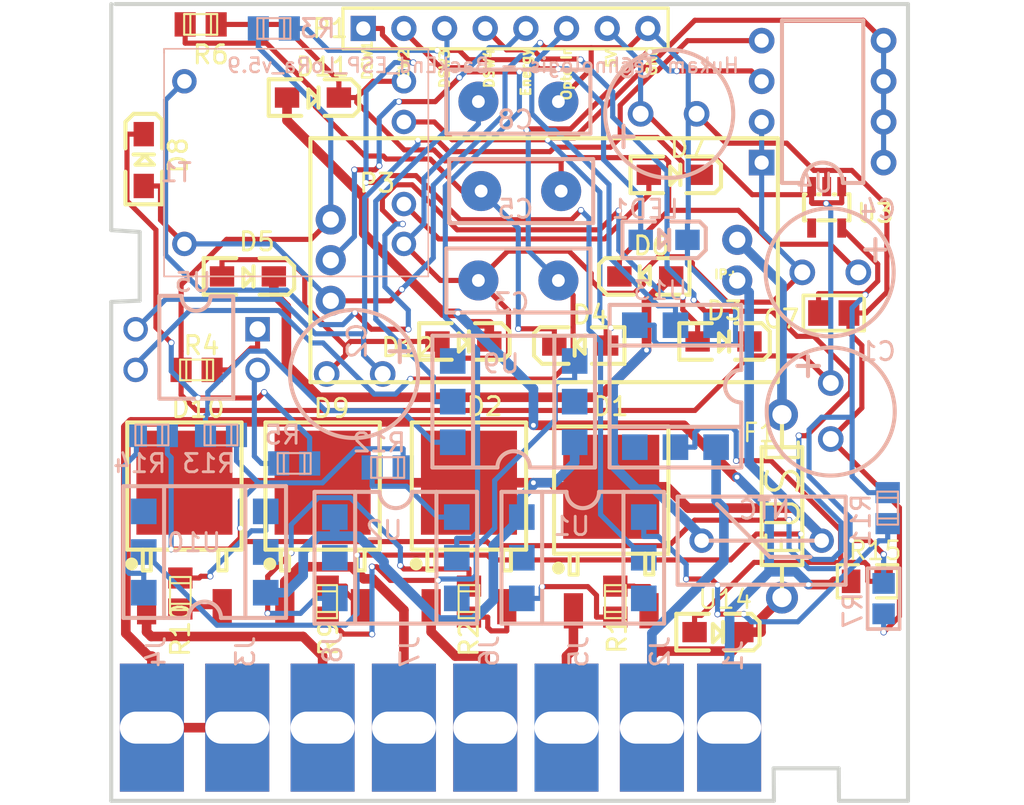
<source format=kicad_pcb>

(kicad_pcb (version 20171130) (host pcbnew "(5.0.2)-1")

(page A4)
(layers
  (0 F.Cu signal)
  (31 B.Cu signal)
  (32 B.Adhes user)
  (33 F.Adhes user)
  (34 B.Paste user)
  (35 F.Paste user)
  (36 B.SilkS user)
  (37 F.SilkS user)
  (38 B.Mask user)
  (39 F.Mask user)
  (40 Dwgs.User user)
  (41 Cmts.User user)
  (42 Eco1.User user)
  (43 Eco2.User user)
  (44 Edge.Cuts user)
  (45 Margin user)
  (46 B.CrtYd user)
  (47 F.CrtYd user)
  (48 B.Fab user hide)
  (49 F.Fab user hide)
)

(net 0 "")
(net 1 "3.3V")
(net 2 "5V")
(net 3 "C5_1")
(net 4 "D10_3")
(net 5 "D1_3")
(net 6 "D2_3")
(net 7 "D9_3")
(net 8 "DSW1")
(net 9 "DSW2")
(net 10 "DSW3")
(net 11 "DSW4")
(net 12 "ENERGY_SENSOR")
(net 13 "GND")
(net 14 "LED1_1")
(net 15 "MAINS_LIVE_IN")
(net 16 "MAINS_LIVE_OUT")
(net 17 "MAINS_NEUTRAL")
(net 18 "NTC_2")
(net 19 "OPTO_IN")
(net 20 "OUT1")
(net 21 "OUT2")
(net 22 "OUT3")
(net 23 "OUT4")
(net 24 "P3_2")
(net 25 "R5_1")
(net 26 "T1_1")
(net 27 "T1_2")
(net 28 "T1_3")
(net 29 "T1_4")
(net 30 "T1_6")
(net 31 "U10_1")
(net 32 "U10_4")
(net 33 "U13_2")
(net 34 "U1_1")
(net 35 "U1_4")
(net 36 "U2_1")
(net 37 "U2_4")
(net 38 "U4_3")
(net 39 "U4_4")
(net 40 "U5_1")
(net 41 "U5_2")
(net 42 "U9_1")
(net 43 "U9_4")
(net 44 "S$12")
(zone (net 13) (net_name "GND") (layer "B.Cu") (hatch edge 0.508) (connect_pads (clearance 0.254)) (polygon (pts (xy 74.839 0.254) (xy 125.131 0.254) (xy 125.131 50.546) (xy 74.839 50.546))))
(zone (net 13) (net_name "GND") (layer "F.Cu") (hatch edge 0.508) (connect_pads (clearance 0.254)) (polygon (pts (xy 74.839 0.254) (xy 124.877 0.254) (xy 124.877 50.292) (xy 74.839 50.292))))
(segment (start 101.001 2.032) (end 99.802 3.231) (width 0.32) (layer "B.Cu") (net 12))
(segment (start 99.802 3.231) (end 98.712 3.231) (width 0.32) (layer "B.Cu") (net 12))
(segment (start 98.712 3.231) (end 96.85 5.095) (width 0.32) (layer "B.Cu") (net 12))
(segment (start 93.068 6.604) (end 92.852 6.604) (width 0.32) (layer "B.Cu") (net 12))
(segment (start 92.852 6.604) (end 91.836 7.623) (width 0.32) (layer "B.Cu") (net 12))
(segment (start 91.836 7.623) (end 91.836 10.615) (width 0.32) (layer "B.Cu") (net 12))
(segment (start 90.289 10.864) (end 90.289 15.029) (width 0.32) (layer "B.Cu") (net 12))
(segment (start 90.289 15.029) (end 88.809 16.51) (width 0.32) (layer "B.Cu") (net 12))
(segment (start 117.003 26.162) (end 117.003 18.034) (width 0.6) (layer "B.Cu") (net 24))
(segment (start 117.003 18.034) (end 114.209 15.24) (width 0.6) (layer "B.Cu") (net 24))
(segment (start 101.473 26.827) (end 101.473 24.549) (width 0.6) (layer "B.Cu") (net 17))
(segment (start 101.473 24.549) (end 96.754 19.832) (width 0.6) (layer "B.Cu") (net 17))
(segment (start 114.193 30.063) (end 116.202 32.073) (width 0.6) (layer "B.Cu") (net 17))
(segment (start 116.202 32.073) (end 116.202 35.979) (width 0.6) (layer "B.Cu") (net 17))
(segment (start 118.656 36.782) (end 117.856 35.979) (width 0.6) (layer "B.Cu") (net 17))
(segment (start 117.856 35.979) (end 116.202 35.979) (width 0.6) (layer "B.Cu") (net 17))
(segment (start 116.202 35.979) (end 113.731 38.451) (width 0.6) (layer "B.Cu") (net 17))
(segment (start 113.731 38.451) (end 113.731 41.219) (width 0.6) (layer "B.Cu") (net 17))
(segment (start 113.731 41.219) (end 113.701 41.25) (width 0.6) (layer "B.Cu") (net 17))
(segment (start 113.701 45.72) (end 113.701 41.25) (width 0.6) (layer "B.Cu") (net 17))
(segment (start 78.844 21.671) (end 78.844 23.447) (width 0.32) (layer "B.Cu") (net 25))
(segment (start 78.844 23.447) (end 80.515 25.121) (width 0.32) (layer "B.Cu") (net 25))
(segment (start 84.648 24.765) (end 87.49 27.607) (width 0.32) (layer "B.Cu") (net 25))
(segment (start 87.49 27.607) (end 87.49 29.213) (width 0.32) (layer "B.Cu") (net 25))
(segment (start 110.348 20.574) (end 110.348 19.362) (width 0.32) (layer "B.Cu") (net 19))
(segment (start 110.348 19.362) (end 109.261 19.362) (width 0.32) (layer "B.Cu") (net 19))
(segment (start 109.261 19.362) (end 106.195 16.297) (width 0.32) (layer "B.Cu") (net 19))
(segment (start 106.195 16.297) (end 106.195 11.788) (width 0.32) (layer "B.Cu") (net 19))
(segment (start 106.195 11.788) (end 102.804 8.395) (width 0.32) (layer "B.Cu") (net 19))
(segment (start 102.804 8.395) (end 102.398 8.395) (width 0.32) (layer "B.Cu") (net 19))
(segment (start 102.398 8.395) (end 101.371 7.366) (width 0.32) (layer "B.Cu") (net 19))
(segment (start 101.371 7.366) (end 101.371 4.333) (width 0.32) (layer "B.Cu") (net 19))
(segment (start 101.371 4.333) (end 103.541 2.162) (width 0.32) (layer "B.Cu") (net 19))
(segment (start 103.541 2.162) (end 103.541 2.032) (width 0.32) (layer "B.Cu") (net 19))
(segment (start 110.348 28.194) (end 111.559 28.194) (width 0.32) (layer "B.Cu") (net 33))
(segment (start 111.559 28.194) (end 111.559 27.285) (width 0.32) (layer "B.Cu") (net 33))
(segment (start 111.559 27.285) (end 111.864 26.982) (width 0.32) (layer "B.Cu") (net 33))
(segment (start 111.864 26.982) (end 113.899 26.982) (width 0.32) (layer "B.Cu") (net 33))
(segment (start 113.899 26.982) (end 114.143 27.224) (width 0.32) (layer "B.Cu") (net 33))
(segment (start 114.143 27.224) (end 114.143 29.04) (width 0.32) (layer "B.Cu") (net 33))
(segment (start 112.888 28.194) (end 112.888 29.464) (width 0.6) (layer "B.Cu") (net 15))
(segment (start 112.888 29.464) (end 112.888 31.529) (width 0.6) (layer "B.Cu") (net 15))
(segment (start 112.888 31.529) (end 113.373 32.014) (width 0.6) (layer "B.Cu") (net 15))
(segment (start 113.373 32.014) (end 113.373 35.329) (width 0.6) (layer "B.Cu") (net 15))
(segment (start 113.373 35.329) (end 108.875 39.827) (width 0.6) (layer "B.Cu") (net 15))
(segment (start 108.875 39.827) (end 108.875 45.72) (width 0.6) (layer "B.Cu") (net 15))
(segment (start 93.332 29.467) (end 93.332 28.293) (width 0.32) (layer "B.Cu") (net 1))
(segment (start 78.6 28.605) (end 78.837 28.844) (width 0.32) (layer "B.Cu") (net 1))
(segment (start 78.837 28.844) (end 78.837 34.562) (width 0.32) (layer "B.Cu") (net 1))
(segment (start 82.918 27.435) (end 82.918 29.053) (width 0.32) (layer "B.Cu") (net 1))
(segment (start 82.918 29.053) (end 84.29 30.422) (width 0.32) (layer "B.Cu") (net 1))
(segment (start 83.16 33.254) (end 83.16 31.549) (width 0.32) (layer "B.Cu") (net 1))
(segment (start 83.16 31.549) (end 84.29 30.422) (width 0.32) (layer "B.Cu") (net 1))
(segment (start 84.29 30.422) (end 88.29 30.422) (width 0.32) (layer "B.Cu") (net 1))
(segment (start 88.29 30.422) (end 90.419 28.293) (width 0.32) (layer "B.Cu") (net 1))
(segment (start 90.419 28.293) (end 93.332 28.293) (width 0.32) (layer "B.Cu") (net 1))
(segment (start 122.204 18.672) (end 121.387 19.489) (width 0.32) (layer "B.Cu") (net 1))
(segment (start 121.387 19.489) (end 121.387 26.325) (width 0.32) (layer "B.Cu") (net 1))
(segment (start 78.6 27.435) (end 78.6 28.605) (width 0.32) (layer "B.Cu") (net 1))
(segment (start 121.387 26.325) (end 121.387 30.018) (width 0.32) (layer "B.Cu") (net 1))
(segment (start 121.387 30.018) (end 122.405 31.036) (width 0.32) (layer "B.Cu") (net 1))
(segment (start 122.405 31.036) (end 123.609 31.036) (width 0.32) (layer "B.Cu") (net 1))
(segment (start 123.355 36.708) (end 123.355 34.895) (width 0.32) (layer "B.Cu") (net 1))
(segment (start 121.387 26.325) (end 119.474 26.325) (width 0.32) (layer "B.Cu") (net 1))
(segment (start 119.474 26.325) (end 118.694 27.107) (width 0.32) (layer "B.Cu") (net 1))
(segment (start 118.694 27.107) (end 118.694 30.02) (width 0.32) (layer "B.Cu") (net 1))
(segment (start 118.694 30.02) (end 121.26 32.588) (width 0.32) (layer "B.Cu") (net 1))
(segment (start 121.26 32.588) (end 121.26 34.026) (width 0.32) (layer "B.Cu") (net 1))
(segment (start 121.26 34.026) (end 121.26 34.92) (width 0.32) (layer "B.Cu") (net 1))
(segment (start 121.26 34.92) (end 120.396 35.784) (width 0.32) (layer "B.Cu") (net 1))
(segment (start 120.396 35.784) (end 118.666 35.784) (width 0.32) (layer "B.Cu") (net 1))
(segment (start 118.666 35.784) (end 117.445 34.559) (width 0.32) (layer "B.Cu") (net 1))
(segment (start 117.445 34.559) (end 117.445 32.756) (width 0.32) (layer "B.Cu") (net 1))
(segment (start 121.26 34.026) (end 121.349 34.026) (width 0.32) (layer "B.Cu") (net 1))
(segment (start 85.555 29.213) (end 84.483 29.213) (width 0.32) (layer "B.Cu") (net 41))
(segment (start 84.483 29.213) (end 84.036 28.763) (width 0.32) (layer "B.Cu") (net 41))
(segment (start 84.036 28.763) (end 84.036 23.569) (width 0.32) (layer "B.Cu") (net 41))
(segment (start 84.036 23.569) (end 84.237 23.368) (width 0.32) (layer "B.Cu") (net 41))
(segment (start 103.033 17.78) (end 101.15 15.898) (width 0.32) (layer "B.Cu") (net 38))
(segment (start 101.15 15.898) (end 101.15 8.468) (width 0.32) (layer "B.Cu") (net 38))
(segment (start 101.15 8.468) (end 101.054 8.374) (width 0.32) (layer "B.Cu") (net 38))
(segment (start 108.735 3.482) (end 109.939 4.686) (width 0.32) (layer "B.Cu") (net 38))
(segment (start 109.939 4.686) (end 110.426 4.686) (width 0.32) (layer "B.Cu") (net 38))
(segment (start 93.795 23.942) (end 92.857 24.879) (width 0.32) (layer "B.Cu") (net 38))
(segment (start 92.857 24.879) (end 91.526 24.879) (width 0.32) (layer "B.Cu") (net 38))
(segment (start 91.526 24.879) (end 88.328 21.681) (width 0.32) (layer "B.Cu") (net 38))
(segment (start 88.328 21.681) (end 87.607 21.681) (width 0.32) (layer "B.Cu") (net 38))
(segment (start 87.607 21.681) (end 85.58 19.655) (width 0.32) (layer "B.Cu") (net 38))
(segment (start 85.58 19.655) (end 79.997 19.655) (width 0.32) (layer "B.Cu") (net 38))
(segment (start 79.997 19.655) (end 76.617 23.033) (width 0.32) (layer "B.Cu") (net 38))
(segment (start 76.617 23.033) (end 76.617 23.368) (width 0.32) (layer "B.Cu") (net 38))
(segment (start 98.207 12.192) (end 100.528 14.514) (width 0.32) (layer "B.Cu") (net 3))
(segment (start 100.528 14.514) (end 100.528 20.798) (width 0.32) (layer "B.Cu") (net 3))
(segment (start 84.285 2.035) (end 84.285 3.205) (width 0.32) (layer "B.Cu") (net 2))
(segment (start 119.766 12.967) (end 120.051 13.251) (width 0.32) (layer "B.Cu") (net 2))
(segment (start 120.051 13.251) (end 120.051 24.186) (width 0.32) (layer "B.Cu") (net 2))
(segment (start 106.081 2.032) (end 108.168 4.12) (width 0.32) (layer "B.Cu") (net 2))
(segment (start 108.168 4.12) (end 108.168 7.366) (width 0.32) (layer "B.Cu") (net 2))
(segment (start 88.809 13.97) (end 88.809 7.729) (width 0.32) (layer "B.Cu") (net 2))
(segment (start 88.809 7.729) (end 84.285 3.205) (width 0.32) (layer "B.Cu") (net 2))
(segment (start 110.805 18.801) (end 110.792 18.788) (width 0.32) (layer "B.Cu") (net 30))
(segment (start 110.792 18.788) (end 109.7 18.788) (width 0.32) (layer "B.Cu") (net 30))
(segment (start 109.7 18.788) (end 106.807 15.898) (width 0.32) (layer "B.Cu") (net 30))
(segment (start 106.807 15.898) (end 106.807 13.421) (width 0.32) (layer "B.Cu") (net 30))
(segment (start 93.299 14.249) (end 92.898 14.249) (width 0.32) (layer "B.Cu") (net 30))
(segment (start 92.898 14.249) (end 92.192 14.953) (width 0.32) (layer "B.Cu") (net 30))
(segment (start 92.192 14.953) (end 92.192 18.174) (width 0.32) (layer "B.Cu") (net 30))
(segment (start 92.192 18.174) (end 93.655 19.637) (width 0.32) (layer "B.Cu") (net 30))
(segment (start 93.655 19.637) (end 93.655 20.823) (width 0.32) (layer "B.Cu") (net 30))
(segment (start 90.315 19.792) (end 89.568 20.536) (width 0.32) (layer "B.Cu") (net 30))
(segment (start 89.568 20.536) (end 88.199 20.536) (width 0.32) (layer "B.Cu") (net 30))
(segment (start 88.199 20.536) (end 86.048 18.385) (width 0.32) (layer "B.Cu") (net 30))
(segment (start 86.048 18.385) (end 80.686 18.385) (width 0.32) (layer "B.Cu") (net 30))
(segment (start 80.686 18.385) (end 78.491 16.19) (width 0.32) (layer "B.Cu") (net 30))
(segment (start 78.491 16.19) (end 78.491 6.507) (width 0.32) (layer "B.Cu") (net 30))
(segment (start 78.491 6.507) (end 79.665 5.334) (width 0.32) (layer "B.Cu") (net 30))
(segment (start 123.353 7.874) (end 123.353 5.334) (width 0.32) (layer "B.Cu") (net 27))
(segment (start 123.353 5.334) (end 123.353 2.794) (width 0.32) (layer "B.Cu") (net 27))
(segment (start 123.353 10.414) (end 123.353 7.874) (width 0.32) (layer "B.Cu") (net 27))
(segment (start 106.314 20.747) (end 105.623 20.053) (width 0.32) (layer "B.Cu") (net 27))
(segment (start 105.623 20.053) (end 105.623 12.258) (width 0.32) (layer "B.Cu") (net 27))
(segment (start 105.623 12.258) (end 102.37 9.007) (width 0.32) (layer "B.Cu") (net 27))
(segment (start 107.808 20.574) (end 109.019 20.574) (width 0.32) (layer "B.Cu") (net 13))
(segment (start 111.097 15.24) (end 111.097 14.194) (width 0.32) (layer "B.Cu") (net 13))
(segment (start 111.148 7.366) (end 111.148 14.14) (width 0.32) (layer "B.Cu") (net 13))
(segment (start 111.148 14.14) (end 111.097 14.194) (width 0.32) (layer "B.Cu") (net 13))
(segment (start 111.148 7.366) (end 111.669 7.366) (width 0.32) (layer "B.Cu") (net 13))
(segment (start 79.665 15.494) (end 85.253 15.494) (width 0.32) (layer "B.Cu") (net 13))
(segment (start 85.253 15.494) (end 88.809 19.05) (width 0.32) (layer "B.Cu") (net 13))
(segment (start 111.097 15.24) (end 111.097 16.759) (width 0.32) (layer "B.Cu") (net 13))
(segment (start 111.097 16.759) (end 113.518 19.18) (width 0.32) (layer "B.Cu") (net 13))
(segment (start 113.518 19.18) (end 113.81 19.18) (width 0.32) (layer "B.Cu") (net 13))
(segment (start 113.81 19.18) (end 114.099 19.469) (width 0.32) (layer "B.Cu") (net 13))
(segment (start 114.099 19.469) (end 114.099 21.694) (width 0.32) (layer "B.Cu") (net 13))
(segment (start 114.099 21.694) (end 114.008 21.786) (width 0.32) (layer "B.Cu") (net 13))
(segment (start 114.008 21.786) (end 109.253 21.786) (width 0.32) (layer "B.Cu") (net 13))
(segment (start 109.253 21.786) (end 109.019 21.554) (width 0.32) (layer "B.Cu") (net 13))
(segment (start 109.019 21.554) (end 109.019 20.574) (width 0.32) (layer "B.Cu") (net 13))
(segment (start 123.355 38.608) (end 123.355 39.756) (width 0.32) (layer "B.Cu") (net 13))
(segment (start 101.892 2.944) (end 101.097 3.739) (width 0.32) (layer "B.Cu") (net 13))
(segment (start 101.097 3.739) (end 100.691 3.739) (width 0.32) (layer "B.Cu") (net 13))
(segment (start 100.691 3.739) (end 99.698 4.732) (width 0.32) (layer "B.Cu") (net 13))
(segment (start 99.698 4.732) (end 99.698 7.341) (width 0.32) (layer "B.Cu") (net 13))
(segment (start 99.698 7.341) (end 95.217 11.824) (width 0.32) (layer "B.Cu") (net 13))
(segment (start 95.217 11.824) (end 95.217 16.37) (width 0.32) (layer "B.Cu") (net 13))
(segment (start 95.217 16.37) (end 93.248 18.336) (width 0.32) (layer "B.Cu") (net 13))
(segment (start 108.621 2.032) (end 108.638 2.032) (width 0.32) (layer "B.Cu") (net 13))
(segment (start 108.638 2.032) (end 111.148 4.544) (width 0.32) (layer "B.Cu") (net 13))
(segment (start 111.148 4.544) (end 111.148 7.366) (width 0.32) (layer "B.Cu") (net 13))
(segment (start 87.292 2.035) (end 88.661 3.401) (width 0.32) (layer "B.Cu") (net 14))
(segment (start 88.661 3.401) (end 95.458 3.401) (width 0.32) (layer "B.Cu") (net 14))
(segment (start 86.22 2.035) (end 87.292 2.035) (width 0.32) (layer "B.Cu") (net 14))
(segment (start 108.176 15.24) (end 108.176 12.548) (width 0.32) (layer "B.Cu") (net 14))
(segment (start 108.176 12.548) (end 105.855 10.224) (width 0.32) (layer "B.Cu") (net 14))
(segment (start 105.855 10.224) (end 105.855 6.815) (width 0.32) (layer "B.Cu") (net 14))
(segment (start 105.855 6.815) (end 103.596 4.557) (width 0.32) (layer "B.Cu") (net 14))
(segment (start 103.596 4.557) (end 103.022 4.557) (width 0.32) (layer "B.Cu") (net 14))
(segment (start 90.861 21.11) (end 87.843 21.11) (width 0.32) (layer "B.Cu") (net 39))
(segment (start 87.843 21.11) (end 85.692 18.956) (width 0.32) (layer "B.Cu") (net 39))
(segment (start 85.692 18.956) (end 78.489 18.956) (width 0.32) (layer "B.Cu") (net 39))
(segment (start 78.489 18.956) (end 76.617 20.828) (width 0.32) (layer "B.Cu") (net 39))
(segment (start 94.257 9.007) (end 94.257 9.279) (width 0.32) (layer "B.Cu") (net 39))
(segment (start 94.257 9.279) (end 90.927 12.609) (width 0.32) (layer "B.Cu") (net 39))
(segment (start 90.927 12.609) (end 90.927 21.044) (width 0.32) (layer "B.Cu") (net 39))
(segment (start 90.927 21.044) (end 90.861 21.11) (width 0.32) (layer "B.Cu") (net 39))
(segment (start 90.861 21.11) (end 90.861 22.428) (width 0.32) (layer "B.Cu") (net 39))
(segment (start 90.861 22.428) (end 92.055 23.622) (width 0.32) (layer "B.Cu") (net 39))
(segment (start 115.733 7.874) (end 115.733 10.414) (width 0.32) (layer "B.Cu") (net 29))
(segment (start 115.733 10.414) (end 115.733 14.732) (width 0.32) (layer "B.Cu") (net 29))
(segment (start 115.733 14.732) (end 118.273 17.272) (width 0.32) (layer "B.Cu") (net 29))
(segment (start 93.381 15.494) (end 94.635 14.239) (width 0.32) (layer "B.Cu") (net 29))
(segment (start 94.635 14.239) (end 94.635 11.392) (width 0.32) (layer "B.Cu") (net 29))
(segment (start 94.635 11.392) (end 98.034 7.993) (width 0.32) (layer "B.Cu") (net 29))
(segment (start 98.034 7.993) (end 98.034 6.601) (width 0.32) (layer "B.Cu") (net 29))
(segment (start 91.387 35.669) (end 91.387 39.875) (width 0.32) (layer "B.Cu") (net 43))
(segment (start 104.049 22.809) (end 104.049 24.021) (width 0.32) (layer "B.Cu") (net 43))
(segment (start 104.049 24.021) (end 103.139 24.021) (width 0.32) (layer "B.Cu") (net 43))
(segment (start 103.139 24.021) (end 102.837 24.326) (width 0.32) (layer "B.Cu") (net 43))
(segment (start 102.837 24.326) (end 102.837 26.49) (width 0.32) (layer "B.Cu") (net 43))
(segment (start 102.837 26.49) (end 99.05 30.277) (width 0.32) (layer "B.Cu") (net 43))
(segment (start 99.05 30.277) (end 99.05 33.256) (width 0.32) (layer "B.Cu") (net 43))
(segment (start 99.05 33.256) (end 97.894 34.412) (width 0.32) (layer "B.Cu") (net 43))
(segment (start 97.894 34.412) (end 97.894 36.185) (width 0.32) (layer "B.Cu") (net 43))
(segment (start 97.894 36.185) (end 97.65 36.431) (width 0.32) (layer "B.Cu") (net 43))
(segment (start 97.65 36.431) (end 95.616 36.431) (width 0.32) (layer "B.Cu") (net 43))
(segment (start 95.616 36.431) (end 95.529 36.518) (width 0.32) (layer "B.Cu") (net 43))
(segment (start 96.429 25.349) (end 95.217 25.349) (width 0.32) (layer "B.Cu") (net 10))
(segment (start 95.217 25.349) (end 95.217 25.349) (width 0.32) (layer "B.Cu") (net 10))
(segment (start 95.217 25.349) (end 95.217 23.802) (width 0.32) (layer "B.Cu") (net 10))
(segment (start 95.217 23.802) (end 91.62 20.206) (width 0.32) (layer "B.Cu") (net 10))
(segment (start 91.62 20.206) (end 91.62 12.824) (width 0.32) (layer "B.Cu") (net 10))
(segment (start 91.62 12.824) (end 96.07 8.374) (width 0.32) (layer "B.Cu") (net 10))
(segment (start 96.07 8.374) (end 96.07 2.182) (width 0.32) (layer "B.Cu") (net 10))
(segment (start 96.07 2.182) (end 95.921 2.032) (width 0.32) (layer "B.Cu") (net 10))
(segment (start 96.429 27.889) (end 95.217 27.889) (width 0.32) (layer "B.Cu") (net 42))
(segment (start 80.983 27.435) (end 80.983 26.261) (width 0.32) (layer "B.Cu") (net 42))
(segment (start 95.217 27.889) (end 93.236 25.911) (width 0.32) (layer "B.Cu") (net 42))
(segment (start 93.236 25.911) (end 88.468 25.911) (width 0.32) (layer "B.Cu") (net 42))
(segment (start 88.468 25.911) (end 84.752 22.195) (width 0.32) (layer "B.Cu") (net 42))
(segment (start 84.752 22.195) (end 83.696 22.195) (width 0.32) (layer "B.Cu") (net 42))
(segment (start 83.696 22.195) (end 81.128 24.762) (width 0.32) (layer "B.Cu") (net 42))
(segment (start 81.128 24.762) (end 81.128 26.116) (width 0.32) (layer "B.Cu") (net 42))
(segment (start 81.128 26.116) (end 80.983 26.261) (width 0.32) (layer "B.Cu") (net 42))
(segment (start 111.984 34.036) (end 111.984 33.769) (width 0.6) (layer "B.Cu") (net 18))
(segment (start 111.984 33.769) (end 109.035 30.818) (width 0.6) (layer "B.Cu") (net 18))
(segment (start 109.035 30.818) (end 107.935 30.818) (width 0.6) (layer "B.Cu") (net 18))
(segment (start 107.935 30.818) (end 106.456 29.34) (width 0.6) (layer "B.Cu") (net 18))
(segment (start 106.456 29.34) (end 106.456 24.211) (width 0.6) (layer "B.Cu") (net 18))
(segment (start 106.456 24.211) (end 108.539 22.131) (width 0.6) (layer "B.Cu") (net 18))
(segment (start 84.745 32.207) (end 84.745 33.419) (width 0.32) (layer "B.Cu") (net 32))
(segment (start 84.745 33.419) (end 83.861 33.419) (width 0.32) (layer "B.Cu") (net 32))
(segment (start 83.861 33.419) (end 81.277 36.002) (width 0.32) (layer "B.Cu") (net 32))
(segment (start 81.277 36.002) (end 81.277 36.002) (width 0.32) (layer "B.Cu") (net 32))
(segment (start 81.277 36.002) (end 81.277 36.261) (width 0.32) (layer "B.Cu") (net 32))
(segment (start 118.059 27.478) (end 118.059 30.272) (width 0.32) (layer "B.Cu") (net 11))
(segment (start 118.059 30.272) (end 120.688 32.898) (width 0.32) (layer "B.Cu") (net 11))
(segment (start 120.688 32.898) (end 120.688 34.681) (width 0.32) (layer "B.Cu") (net 11))
(segment (start 120.688 34.681) (end 120.16 35.209) (width 0.32) (layer "B.Cu") (net 11))
(segment (start 120.16 35.209) (end 118.905 35.209) (width 0.32) (layer "B.Cu") (net 11))
(segment (start 118.905 35.209) (end 118.186 34.493) (width 0.32) (layer "B.Cu") (net 11))
(segment (start 118.186 34.493) (end 118.186 33.622) (width 0.32) (layer "B.Cu") (net 11))
(segment (start 90.454 34.938) (end 90.454 38.593) (width 0.32) (layer "B.Cu") (net 11))
(segment (start 90.454 38.593) (end 89.731 39.319) (width 0.32) (layer "B.Cu") (net 11))
(segment (start 89.731 39.319) (end 81.697 39.319) (width 0.32) (layer "B.Cu") (net 11))
(segment (start 81.697 39.319) (end 77.125 34.747) (width 0.32) (layer "B.Cu") (net 11))
(segment (start 104.417 3.983) (end 106.426 5.994) (width 0.32) (layer "B.Cu") (net 11))
(segment (start 106.426 5.994) (end 106.426 7.562) (width 0.32) (layer "B.Cu") (net 11))
(segment (start 106.426 7.562) (end 109.822 10.955) (width 0.32) (layer "B.Cu") (net 11))
(segment (start 109.822 10.955) (end 109.822 16.952) (width 0.32) (layer "B.Cu") (net 11))
(segment (start 109.822 16.952) (end 111.498 18.628) (width 0.32) (layer "B.Cu") (net 11))
(segment (start 111.498 18.628) (end 111.498 19.004) (width 0.32) (layer "B.Cu") (net 11))
(segment (start 76.665 28.605) (end 75.913 29.36) (width 0.32) (layer "B.Cu") (net 31))
(segment (start 75.913 29.36) (end 75.913 35.771) (width 0.32) (layer "B.Cu") (net 31))
(segment (start 75.913 35.771) (end 76.215 36.076) (width 0.32) (layer "B.Cu") (net 31))
(segment (start 76.215 36.076) (end 77.125 36.076) (width 0.32) (layer "B.Cu") (net 31))
(segment (start 76.665 27.435) (end 76.665 28.605) (width 0.32) (layer "B.Cu") (net 31))
(segment (start 77.125 37.287) (end 77.125 36.076) (width 0.32) (layer "B.Cu") (net 31))
(segment (start 93.16 35.585) (end 93.16 34.475) (width 0.32) (layer "B.Cu") (net 37))
(segment (start 93.16 34.475) (end 90.033 31.351) (width 0.32) (layer "B.Cu") (net 37))
(segment (start 90.033 31.351) (end 88.026 31.351) (width 0.32) (layer "B.Cu") (net 37))
(segment (start 88.026 31.351) (end 86.337 33.038) (width 0.32) (layer "B.Cu") (net 37))
(segment (start 86.337 33.038) (end 86.337 34.793) (width 0.32) (layer "B.Cu") (net 37))
(segment (start 87.851 37.643) (end 86.914 38.58) (width 0.32) (layer "B.Cu") (net 37))
(segment (start 86.914 38.58) (end 84.869 38.58) (width 0.32) (layer "B.Cu") (net 37))
(segment (start 89.063 37.643) (end 87.851 37.643) (width 0.32) (layer "B.Cu") (net 37))
(segment (start 96.683 33.891) (end 97.602 33.891) (width 0.32) (layer "B.Cu") (net 9))
(segment (start 97.602 33.891) (end 97.983 33.508) (width 0.32) (layer "B.Cu") (net 9))
(segment (start 97.983 33.508) (end 97.983 22.106) (width 0.32) (layer "B.Cu") (net 9))
(segment (start 97.983 22.106) (end 95.966 20.089) (width 0.32) (layer "B.Cu") (net 9))
(segment (start 95.966 20.089) (end 95.966 11.885) (width 0.32) (layer "B.Cu") (net 9))
(segment (start 95.966 11.885) (end 100.597 7.252) (width 0.32) (layer "B.Cu") (net 9))
(segment (start 100.597 7.252) (end 100.597 4.745) (width 0.32) (layer "B.Cu") (net 9))
(segment (start 96.683 35.103) (end 96.683 33.891) (width 0.32) (layer "B.Cu") (net 9))
(segment (start 91.397 30.637) (end 93.546 30.637) (width 0.32) (layer "B.Cu") (net 36))
(segment (start 93.546 30.637) (end 95.471 32.563) (width 0.32) (layer "B.Cu") (net 36))
(segment (start 91.397 29.467) (end 91.397 30.637) (width 0.32) (layer "B.Cu") (net 36))
(segment (start 96.683 32.563) (end 95.471 32.563) (width 0.32) (layer "B.Cu") (net 36))
(segment (start 104.049 27.889) (end 104.049 29.159) (width 0.6) (layer "B.Cu") (net 16))
(segment (start 100.747 32.563) (end 100.747 31.293) (width 0.6) (layer "B.Cu") (net 16))
(segment (start 100.747 31.293) (end 101.473 30.566) (width 0.6) (layer "B.Cu") (net 16))
(segment (start 101.473 30.566) (end 101.473 30.417) (width 0.6) (layer "B.Cu") (net 16))
(segment (start 104.049 29.159) (end 102.794 30.417) (width 0.6) (layer "B.Cu") (net 16))
(segment (start 102.794 30.417) (end 101.473 30.417) (width 0.6) (layer "B.Cu") (net 16))
(segment (start 89.063 33.752) (end 89.063 32.563) (width 0.6) (layer "B.Cu") (net 16))
(segment (start 114.209 17.78) (end 114.953 18.524) (width 0.6) (layer "B.Cu") (net 16))
(segment (start 114.953 18.524) (end 114.953 29.202) (width 0.6) (layer "B.Cu") (net 16))
(segment (start 114.953 29.202) (end 119.482 33.731) (width 0.6) (layer "B.Cu") (net 16))
(segment (start 119.482 33.731) (end 119.482 34.036) (width 0.6) (layer "B.Cu") (net 16))
(segment (start 89.063 33.752) (end 88.034 33.752) (width 0.6) (layer "B.Cu") (net 16))
(segment (start 88.034 33.752) (end 87.089 34.696) (width 0.6) (layer "B.Cu") (net 16))
(segment (start 87.089 34.696) (end 87.089 36.213) (width 0.6) (layer "B.Cu") (net 16))
(segment (start 87.089 36.213) (end 86.015 37.287) (width 0.6) (layer "B.Cu") (net 16))
(segment (start 84.745 37.287) (end 86.015 37.287) (width 0.6) (layer "B.Cu") (net 16))
(segment (start 100.747 32.563) (end 100.747 32.568) (width 0.6) (layer "B.Cu") (net 16))
(segment (start 100.747 32.568) (end 98.971 34.343) (width 0.6) (layer "B.Cu") (net 16))
(segment (start 98.971 34.343) (end 98.971 37.749) (width 0.6) (layer "B.Cu") (net 16))
(segment (start 98.971 37.749) (end 97.724 38.994) (width 0.6) (layer "B.Cu") (net 16))
(segment (start 97.724 38.994) (end 95.507 38.994) (width 0.6) (layer "B.Cu") (net 16))
(segment (start 95.507 38.994) (end 92.136 35.626) (width 0.6) (layer "B.Cu") (net 16))
(segment (start 92.136 35.626) (end 92.136 35.357) (width 0.6) (layer "B.Cu") (net 16))
(segment (start 92.136 35.357) (end 90.531 33.752) (width 0.6) (layer "B.Cu") (net 16))
(segment (start 90.531 33.752) (end 89.063 33.752) (width 0.6) (layer "B.Cu") (net 16))
(segment (start 100.747 37.643) (end 101.958 37.643) (width 0.32) (layer "B.Cu") (net 35))
(segment (start 101.958 37.643) (end 101.958 36.972) (width 0.32) (layer "B.Cu") (net 35))
(segment (start 101.958 36.972) (end 102.024 36.909) (width 0.32) (layer "B.Cu") (net 35))
(segment (start 108.367 35.103) (end 105.667 32.403) (width 0.32) (layer "B.Cu") (net 8))
(segment (start 105.667 32.403) (end 105.667 21.598) (width 0.32) (layer "B.Cu") (net 8))
(segment (start 105.667 21.598) (end 104.945 20.874) (width 0.32) (layer "B.Cu") (net 8))
(segment (start 104.945 20.874) (end 104.945 13.889) (width 0.32) (layer "B.Cu") (net 8))
(segment (start 104.945 13.889) (end 104.445 13.391) (width 0.32) (layer "B.Cu") (net 8))
(segment (start 93.962 4.161) (end 92.812 4.161) (width 0.32) (layer "B.Cu") (net 8))
(segment (start 92.812 4.161) (end 91.013 5.959) (width 0.32) (layer "B.Cu") (net 8))
(segment (start 91.013 5.959) (end 91.013 11.656) (width 0.32) (layer "B.Cu") (net 8))
(segment (start 123.609 34.044) (end 123.053 34.044) (width 0.32) (layer "B.Cu") (net 34))
(segment (start 123.053 34.044) (end 117.996 39.103) (width 0.32) (layer "B.Cu") (net 34))
(segment (start 117.996 39.103) (end 115.095 39.103) (width 0.32) (layer "B.Cu") (net 34))
(segment (start 115.095 39.103) (end 114.617 38.626) (width 0.32) (layer "B.Cu") (net 34))
(segment (start 108.367 33.774) (end 109.276 33.774) (width 0.32) (layer "B.Cu") (net 34))
(segment (start 109.276 33.774) (end 111.018 35.517) (width 0.32) (layer "B.Cu") (net 34))
(segment (start 111.018 35.517) (end 111.018 36.434) (width 0.32) (layer "B.Cu") (net 34))
(segment (start 123.609 32.972) (end 123.609 34.044) (width 0.32) (layer "B.Cu") (net 34))
(segment (start 112.979 36.815) (end 112.979 38.626) (width 0.32) (layer "B.Cu") (net 34))
(segment (start 108.367 32.563) (end 108.367 33.774) (width 0.32) (layer "B.Cu") (net 34))
(gr_line (start 75.347 0.508) (end 124.877 0.508) (width 0.254) (layer "Edge.Cuts"))
(gr_line (start 124.877 0.508) (end 124.877 50.292) (width 0.254) (layer "Edge.Cuts"))
(gr_line (start 124.877 50.292) (end 120.564 50.292) (width 0.254) (layer "Edge.Cuts"))
(gr_line (start 120.564 50.292) (end 120.548 48.26) (width 0.254) (layer "Edge.Cuts"))
(gr_line (start 120.548 48.26) (end 116.484 48.26) (width 0.254) (layer "Edge.Cuts"))
(gr_line (start 116.484 48.26) (end 116.5 50.292) (width 0.254) (layer "Edge.Cuts"))
(gr_line (start 116.5 50.292) (end 75.093 50.292) (width 0.254) (layer "Edge.Cuts"))
(gr_line (start 75.093 50.292) (end 75.093 19.119) (width 0.254) (layer "Edge.Cuts"))
(gr_line (start 75.093 19.119) (end 76.871 19.04) (width 0.254) (layer "Edge.Cuts"))
(gr_line (start 76.871 19.04) (end 76.871 14.747) (width 0.254) (layer "Edge.Cuts"))
(gr_line (start 76.871 14.747) (end 75.093 14.633) (width 0.254) (layer "Edge.Cuts"))
(gr_line (start 75.093 14.633) (end 75.093 0.508) (width 0.254) (layer "Edge.Cuts"))
(segment (start 96.85 5.095) (end 95.341 6.604) (width 0.32) (layer "F.Cu") (net 12))
(segment (start 95.341 6.604) (end 93.068 6.604) (width 0.32) (layer "F.Cu") (net 12))
(segment (start 91.836 10.615) (end 91.587 10.864) (width 0.32) (layer "F.Cu") (net 12))
(segment (start 91.587 10.864) (end 90.289 10.864) (width 0.32) (layer "F.Cu") (net 12))
(segment (start 90.289 10.864) (end 90.289 10.864) (width 0.32) (layer "F.Cu") (net 12))
(segment (start 82.027 38.161) (end 80.729 38.161) (width 0.32) (layer "F.Cu") (net 4))
(segment (start 80.729 38.161) (end 80.584 38.306) (width 0.32) (layer "F.Cu") (net 4))
(segment (start 79.413 38.306) (end 80.584 38.306) (width 0.32) (layer "F.Cu") (net 4))
(segment (start 90.663 38.161) (end 89.726 37.224) (width 0.32) (layer "F.Cu") (net 7))
(segment (start 89.726 37.224) (end 89.726 36.878) (width 0.32) (layer "F.Cu") (net 7))
(segment (start 88.555 36.878) (end 89.726 36.878) (width 0.32) (layer "F.Cu") (net 7))
(segment (start 99.807 39.672) (end 98.834 39.672) (width 0.32) (layer "F.Cu") (net 6))
(segment (start 98.834 39.672) (end 98.618 39.459) (width 0.32) (layer "F.Cu") (net 6))
(segment (start 98.618 39.459) (end 98.618 38.814) (width 0.32) (layer "F.Cu") (net 6))
(segment (start 99.807 38.161) (end 99.807 39.672) (width 0.32) (layer "F.Cu") (net 6))
(segment (start 97.447 38.814) (end 98.618 38.814) (width 0.32) (layer "F.Cu") (net 6))
(segment (start 108.697 36.904) (end 107.785 36.904) (width 0.32) (layer "F.Cu") (net 5))
(segment (start 107.785 36.904) (end 107.759 36.878) (width 0.32) (layer "F.Cu") (net 5))
(segment (start 108.697 38.415) (end 108.697 36.904) (width 0.32) (layer "F.Cu") (net 5))
(segment (start 106.589 36.878) (end 107.759 36.878) (width 0.32) (layer "F.Cu") (net 5))
(segment (start 77.302 39.736) (end 77.592 40.025) (width 0.6) (layer "F.Cu") (net 23))
(segment (start 77.592 40.025) (end 87.079 40.025) (width 0.6) (layer "F.Cu") (net 23))
(segment (start 87.079 40.025) (end 88.301 41.25) (width 0.6) (layer "F.Cu") (net 23))
(segment (start 77.302 38.166) (end 77.302 39.736) (width 0.6) (layer "F.Cu") (net 23))
(segment (start 88.301 45.72) (end 88.301 41.25) (width 0.6) (layer "F.Cu") (net 23))
(segment (start 85.938 38.166) (end 85.938 36.596) (width 0.6) (layer "F.Cu") (net 22))
(segment (start 93.381 45.72) (end 93.381 38.374) (width 0.6) (layer "F.Cu") (net 22))
(segment (start 93.381 38.374) (end 91.427 36.421) (width 0.6) (layer "F.Cu") (net 22))
(segment (start 91.427 36.421) (end 90.876 36.421) (width 0.6) (layer "F.Cu") (net 22))
(segment (start 90.876 36.421) (end 90.122 35.667) (width 0.6) (layer "F.Cu") (net 22))
(segment (start 90.122 35.667) (end 86.868 35.667) (width 0.6) (layer "F.Cu") (net 22))
(segment (start 86.868 35.667) (end 85.938 36.596) (width 0.6) (layer "F.Cu") (net 22))
(segment (start 95.082 39.736) (end 96.596 41.25) (width 0.6) (layer "F.Cu") (net 21))
(segment (start 96.596 41.25) (end 98.461 41.25) (width 0.6) (layer "F.Cu") (net 21))
(segment (start 95.082 38.166) (end 95.082 39.736) (width 0.6) (layer "F.Cu") (net 21))
(segment (start 98.461 45.72) (end 98.461 41.25) (width 0.6) (layer "F.Cu") (net 21))
(segment (start 103.972 38.42) (end 103.972 40.818) (width 0.6) (layer "F.Cu") (net 20))
(segment (start 103.972 40.818) (end 103.541 41.25) (width 0.6) (layer "F.Cu") (net 20))
(segment (start 103.541 45.72) (end 103.541 41.25) (width 0.6) (layer "F.Cu") (net 20))
(segment (start 121.321 36.576) (end 120.272 36.576) (width 0.6) (layer "F.Cu") (net 17))
(segment (start 86.078 6.35) (end 86.078 7.455) (width 0.6) (layer "F.Cu") (net 17))
(segment (start 98.715 21.59) (end 98.715 20.485) (width 0.6) (layer "F.Cu") (net 17))
(segment (start 77.633 45.72) (end 82.967 45.72) (width 0.6) (layer "F.Cu") (net 17))
(segment (start 96.754 19.832) (end 97.406 20.485) (width 0.6) (layer "F.Cu") (net 17))
(segment (start 97.406 20.485) (end 98.715 20.485) (width 0.6) (layer "F.Cu") (net 17))
(segment (start 77.633 45.72) (end 77.633 41.25) (width 0.6) (layer "F.Cu") (net 17))
(segment (start 101.473 26.827) (end 101.26 26.614) (width 0.6) (layer "F.Cu") (net 17))
(segment (start 101.26 26.614) (end 76.34 26.614) (width 0.6) (layer "F.Cu") (net 17))
(segment (start 76.34 26.614) (end 76.004 26.947) (width 0.6) (layer "F.Cu") (net 17))
(segment (start 76.004 26.947) (end 76.004 39.825) (width 0.6) (layer "F.Cu") (net 17))
(segment (start 76.004 39.825) (end 77.429 41.25) (width 0.6) (layer "F.Cu") (net 17))
(segment (start 77.429 41.25) (end 77.633 41.25) (width 0.6) (layer "F.Cu") (net 17))
(segment (start 114.193 30.063) (end 114.107 30.063) (width 0.6) (layer "F.Cu") (net 17))
(segment (start 114.107 30.063) (end 110.868 26.827) (width 0.6) (layer "F.Cu") (net 17))
(segment (start 110.868 26.827) (end 101.473 26.827) (width 0.6) (layer "F.Cu") (net 17))
(segment (start 120.272 36.576) (end 120.066 36.782) (width 0.6) (layer "F.Cu") (net 17))
(segment (start 120.066 36.782) (end 118.656 36.782) (width 0.6) (layer "F.Cu") (net 17))
(segment (start 96.754 19.832) (end 95.86 19.832) (width 0.6) (layer "F.Cu") (net 17))
(segment (start 95.86 19.832) (end 90.869 14.839) (width 0.6) (layer "F.Cu") (net 17))
(segment (start 90.869 14.839) (end 90.869 12.576) (width 0.6) (layer "F.Cu") (net 17))
(segment (start 90.869 12.576) (end 86.078 7.785) (width 0.6) (layer "F.Cu") (net 17))
(segment (start 86.078 7.785) (end 86.078 7.455) (width 0.6) (layer "F.Cu") (net 17))
(segment (start 76.078 8.636) (end 76.078 12.812) (width 0.32) (layer "F.Cu") (net 25))
(segment (start 76.078 12.812) (end 77.887 14.62) (width 0.32) (layer "F.Cu") (net 25))
(segment (start 77.887 14.62) (end 77.887 20.714) (width 0.32) (layer "F.Cu") (net 25))
(segment (start 77.887 20.714) (end 78.844 21.671) (width 0.32) (layer "F.Cu") (net 25))
(segment (start 80.515 25.121) (end 84.292 25.121) (width 0.32) (layer "F.Cu") (net 25))
(segment (start 84.292 25.121) (end 84.648 24.765) (width 0.32) (layer "F.Cu") (net 25))
(segment (start 77.125 8.636) (end 76.078 8.636) (width 0.32) (layer "F.Cu") (net 25))
(segment (start 111.542 39.751) (end 111.542 38.705) (width 0.32) (layer "F.Cu") (net 33))
(segment (start 123.353 36.576) (end 122.362 36.576) (width 0.32) (layer "F.Cu") (net 33))
(segment (start 122.362 36.576) (end 122.362 35.585) (width 0.32) (layer "F.Cu") (net 33))
(segment (start 122.362 35.585) (end 122.171 35.395) (width 0.32) (layer "F.Cu") (net 33))
(segment (start 122.171 35.395) (end 120.665 35.395) (width 0.32) (layer "F.Cu") (net 33))
(segment (start 120.665 35.395) (end 120.665 33.386) (width 0.32) (layer "F.Cu") (net 33))
(segment (start 120.665 33.386) (end 116.317 29.04) (width 0.32) (layer "F.Cu") (net 33))
(segment (start 116.317 29.04) (end 114.143 29.04) (width 0.32) (layer "F.Cu") (net 33))
(segment (start 120.665 35.395) (end 115.265 35.395) (width 0.32) (layer "F.Cu") (net 33))
(segment (start 115.265 35.395) (end 111.958 38.705) (width 0.32) (layer "F.Cu") (net 33))
(segment (start 111.958 38.705) (end 111.542 38.705) (width 0.32) (layer "F.Cu") (net 33))
(segment (start 115.694 39.751) (end 115.694 38.9) (width 0.6) (layer "F.Cu") (net 15))
(segment (start 115.694 38.9) (end 117.003 37.592) (width 0.6) (layer "F.Cu") (net 15))
(segment (start 114.463 39.751) (end 115.08 39.751) (width 0.6) (layer "F.Cu") (net 15))
(segment (start 115.08 39.751) (end 115.694 39.751) (width 0.6) (layer "F.Cu") (net 15))
(segment (start 115.08 39.751) (end 113.891 40.937) (width 0.6) (layer "F.Cu") (net 15))
(segment (start 113.891 40.937) (end 109.187 40.937) (width 0.6) (layer "F.Cu") (net 15))
(segment (start 109.187 40.937) (end 108.875 41.25) (width 0.6) (layer "F.Cu") (net 15))
(segment (start 108.875 45.72) (end 108.875 41.25) (width 0.6) (layer "F.Cu") (net 15))
(segment (start 119.289 19.616) (end 119.289 18.6) (width 0.32) (layer "F.Cu") (net 1))
(segment (start 119.289 19.616) (end 119.289 19.705) (width 0.32) (layer "F.Cu") (net 1))
(segment (start 119.289 19.812) (end 119.289 19.705) (width 0.32) (layer "F.Cu") (net 1))
(segment (start 122.204 18.6) (end 119.289 18.6) (width 0.32) (layer "F.Cu") (net 1))
(segment (start 120.736 14.503) (end 122.984 16.754) (width 0.32) (layer "F.Cu") (net 1))
(segment (start 122.984 16.754) (end 122.984 17.821) (width 0.32) (layer "F.Cu") (net 1))
(segment (start 122.984 17.821) (end 122.204 18.6) (width 0.32) (layer "F.Cu") (net 1))
(segment (start 122.204 18.6) (end 122.204 18.672) (width 0.32) (layer "F.Cu") (net 1))
(segment (start 78.837 34.562) (end 82.464 34.562) (width 0.32) (layer "F.Cu") (net 1))
(segment (start 82.464 34.562) (end 83.16 33.866) (width 0.32) (layer "F.Cu") (net 1))
(segment (start 83.16 33.866) (end 83.16 33.254) (width 0.32) (layer "F.Cu") (net 1))
(segment (start 83.16 33.866) (end 83.388 34.094) (width 0.32) (layer "F.Cu") (net 1))
(segment (start 83.388 34.094) (end 98.567 34.094) (width 0.32) (layer "F.Cu") (net 1))
(segment (start 98.567 34.094) (end 98.821 34.348) (width 0.32) (layer "F.Cu") (net 1))
(segment (start 98.821 34.348) (end 109.954 34.348) (width 0.32) (layer "F.Cu") (net 1))
(segment (start 109.954 34.348) (end 111.547 32.756) (width 0.32) (layer "F.Cu") (net 1))
(segment (start 111.547 32.756) (end 117.445 32.756) (width 0.32) (layer "F.Cu") (net 1))
(segment (start 123.355 34.895) (end 122.484 34.026) (width 0.32) (layer "F.Cu") (net 1))
(segment (start 122.484 34.026) (end 121.349 34.026) (width 0.32) (layer "F.Cu") (net 1))
(segment (start 82.466 23.368) (end 83.833 22.001) (width 0.32) (layer "F.Cu") (net 40))
(segment (start 83.833 22.001) (end 84.237 22.001) (width 0.32) (layer "F.Cu") (net 40))
(segment (start 81.394 23.368) (end 82.466 23.368) (width 0.32) (layer "F.Cu") (net 40))
(segment (start 84.237 20.828) (end 84.237 22.001) (width 0.32) (layer "F.Cu") (net 40))
(segment (start 103.033 17.78) (end 103.952 18.699) (width 0.32) (layer "F.Cu") (net 38))
(segment (start 103.952 18.699) (end 103.952 22.664) (width 0.32) (layer "F.Cu") (net 38))
(segment (start 103.952 22.664) (end 102.674 23.942) (width 0.32) (layer "F.Cu") (net 38))
(segment (start 102.674 23.942) (end 93.795 23.942) (width 0.32) (layer "F.Cu") (net 38))
(segment (start 101.054 8.374) (end 101.125 8.306) (width 0.32) (layer "F.Cu") (net 38))
(segment (start 101.125 8.306) (end 103.8 8.306) (width 0.32) (layer "F.Cu") (net 38))
(segment (start 103.8 8.306) (end 108.621 3.482) (width 0.32) (layer "F.Cu") (net 38))
(segment (start 108.621 3.482) (end 108.735 3.482) (width 0.32) (layer "F.Cu") (net 38))
(segment (start 110.426 4.686) (end 115.085 4.686) (width 0.32) (layer "F.Cu") (net 38))
(segment (start 115.085 4.686) (end 115.733 5.334) (width 0.32) (layer "F.Cu") (net 38))
(segment (start 79.713 1.781) (end 79.713 2.951) (width 0.32) (layer "F.Cu") (net 3))
(segment (start 102.779 21.844) (end 102.779 20.798) (width 0.32) (layer "F.Cu") (net 3))
(segment (start 102.779 20.798) (end 100.528 20.798) (width 0.32) (layer "F.Cu") (net 3))
(segment (start 79.713 2.951) (end 84.793 2.951) (width 0.32) (layer "F.Cu") (net 3))
(segment (start 84.793 2.951) (end 87.846 6.007) (width 0.32) (layer "F.Cu") (net 3))
(segment (start 87.846 6.007) (end 87.846 6.909) (width 0.32) (layer "F.Cu") (net 3))
(segment (start 87.846 6.909) (end 90.942 10.003) (width 0.32) (layer "F.Cu") (net 3))
(segment (start 90.942 10.003) (end 92.09 10.003) (width 0.32) (layer "F.Cu") (net 3))
(segment (start 92.09 10.003) (end 92.276 10.19) (width 0.32) (layer "F.Cu") (net 3))
(segment (start 92.276 10.19) (end 95.019 10.19) (width 0.32) (layer "F.Cu") (net 3))
(segment (start 95.019 10.19) (end 97.02 12.192) (width 0.32) (layer "F.Cu") (net 3))
(segment (start 97.02 12.192) (end 98.207 12.192) (width 0.32) (layer "F.Cu") (net 3))
(segment (start 120.736 11.913) (end 120.736 12.924) (width 0.32) (layer "F.Cu") (net 2))
(segment (start 118.857 11.913) (end 118.857 12.418) (width 0.32) (layer "F.Cu") (net 2))
(segment (start 118.857 12.418) (end 118.857 12.924) (width 0.32) (layer "F.Cu") (net 2))
(segment (start 118.857 12.924) (end 120.736 12.924) (width 0.32) (layer "F.Cu") (net 2))
(segment (start 118.857 12.924) (end 118.897 12.967) (width 0.32) (layer "F.Cu") (net 2))
(segment (start 118.897 12.967) (end 119.766 12.967) (width 0.32) (layer "F.Cu") (net 2))
(segment (start 114.971 21.59) (end 114.971 22.494) (width 0.32) (layer "F.Cu") (net 2))
(segment (start 118.857 12.418) (end 115.146 12.418) (width 0.32) (layer "F.Cu") (net 2))
(segment (start 115.146 12.418) (end 112.855 10.13) (width 0.32) (layer "F.Cu") (net 2))
(segment (start 112.855 10.13) (end 111.321 10.13) (width 0.32) (layer "F.Cu") (net 2))
(segment (start 111.321 10.13) (end 108.56 7.366) (width 0.32) (layer "F.Cu") (net 2))
(segment (start 108.56 7.366) (end 108.168 7.366) (width 0.32) (layer "F.Cu") (net 2))
(segment (start 88.809 13.97) (end 87.569 15.21) (width 0.32) (layer "F.Cu") (net 2))
(segment (start 87.569 15.21) (end 82.301 15.21) (width 0.32) (layer "F.Cu") (net 2))
(segment (start 82.301 15.21) (end 79.459 18.052) (width 0.32) (layer "F.Cu") (net 2))
(segment (start 79.459 18.052) (end 79.459 22.195) (width 0.32) (layer "F.Cu") (net 2))
(segment (start 79.459 23.368) (end 79.459 22.195) (width 0.32) (layer "F.Cu") (net 2))
(segment (start 79.459 23.368) (end 79.459 24.539) (width 0.32) (layer "F.Cu") (net 2))
(segment (start 114.971 22.494) (end 118.359 22.494) (width 0.32) (layer "F.Cu") (net 2))
(segment (start 118.359 22.494) (end 120.051 24.186) (width 0.32) (layer "F.Cu") (net 2))
(segment (start 114.971 22.494) (end 111.564 25.9) (width 0.32) (layer "F.Cu") (net 2))
(segment (start 111.564 25.9) (end 80.432 25.9) (width 0.32) (layer "F.Cu") (net 2))
(segment (start 80.432 25.9) (end 79.459 24.928) (width 0.32) (layer "F.Cu") (net 2))
(segment (start 79.459 24.928) (end 79.459 24.539) (width 0.32) (layer "F.Cu") (net 2))
(segment (start 111.732 20.544) (end 110.805 19.614) (width 0.32) (layer "F.Cu") (net 30))
(segment (start 110.805 19.614) (end 110.805 18.801) (width 0.32) (layer "F.Cu") (net 30))
(segment (start 106.807 13.421) (end 105.618 14.613) (width 0.32) (layer "F.Cu") (net 30))
(segment (start 105.618 14.613) (end 96.708 14.613) (width 0.32) (layer "F.Cu") (net 30))
(segment (start 96.708 14.613) (end 93.896 11.801) (width 0.32) (layer "F.Cu") (net 30))
(segment (start 93.896 11.801) (end 92.87 11.801) (width 0.32) (layer "F.Cu") (net 30))
(segment (start 92.87 11.801) (end 92.037 12.634) (width 0.32) (layer "F.Cu") (net 30))
(segment (start 92.037 12.634) (end 92.037 13.368) (width 0.32) (layer "F.Cu") (net 30))
(segment (start 92.037 13.368) (end 92.916 14.247) (width 0.32) (layer "F.Cu") (net 30))
(segment (start 92.916 14.247) (end 93.299 14.247) (width 0.32) (layer "F.Cu") (net 30))
(segment (start 93.299 14.247) (end 93.299 14.249) (width 0.32) (layer "F.Cu") (net 30))
(segment (start 93.655 20.823) (end 91.343 20.823) (width 0.32) (layer "F.Cu") (net 30))
(segment (start 91.343 20.823) (end 90.315 19.792) (width 0.32) (layer "F.Cu") (net 30))
(segment (start 111.732 21.59) (end 111.732 20.544) (width 0.32) (layer "F.Cu") (net 30))
(segment (start 108.684 11.176) (end 108.684 12.222) (width 0.32) (layer "F.Cu") (net 28))
(segment (start 108.684 12.222) (end 108.684 12.41) (width 0.32) (layer "F.Cu") (net 28))
(segment (start 108.684 12.41) (end 105.91 15.184) (width 0.32) (layer "F.Cu") (net 28))
(segment (start 105.91 15.184) (end 95.562 15.184) (width 0.32) (layer "F.Cu") (net 28))
(segment (start 95.562 15.184) (end 93.381 13.002) (width 0.32) (layer "F.Cu") (net 28))
(segment (start 106.017 20.798) (end 106.263 20.798) (width 0.32) (layer "F.Cu") (net 27))
(segment (start 106.263 20.798) (end 106.314 20.747) (width 0.32) (layer "F.Cu") (net 27))
(segment (start 106.017 21.844) (end 106.017 20.798) (width 0.32) (layer "F.Cu") (net 27))
(segment (start 102.37 8.987) (end 96.393 8.987) (width 0.32) (layer "F.Cu") (net 27))
(segment (start 96.393 8.987) (end 95.28 7.874) (width 0.32) (layer "F.Cu") (net 27))
(segment (start 95.28 7.874) (end 93.381 7.874) (width 0.32) (layer "F.Cu") (net 27))
(segment (start 102.37 9.007) (end 102.37 8.987) (width 0.32) (layer "F.Cu") (net 27))
(segment (start 102.37 8.987) (end 102.479 8.877) (width 0.32) (layer "F.Cu") (net 27))
(segment (start 102.479 8.877) (end 104.036 8.877) (width 0.32) (layer "F.Cu") (net 27))
(segment (start 104.036 8.877) (end 108.819 4.094) (width 0.32) (layer "F.Cu") (net 27))
(segment (start 108.819 4.094) (end 108.989 4.094) (width 0.32) (layer "F.Cu") (net 27))
(segment (start 108.989 4.094) (end 111.559 1.521) (width 0.32) (layer "F.Cu") (net 27))
(segment (start 111.559 1.521) (end 122.08 1.521) (width 0.32) (layer "F.Cu") (net 27))
(segment (start 122.08 1.521) (end 123.353 2.794) (width 0.32) (layer "F.Cu") (net 27))
(segment (start 119.797 10.902) (end 119.002 10.902) (width 0.32) (layer "F.Cu") (net 13))
(segment (start 119.002 10.902) (end 117.302 9.202) (width 0.32) (layer "F.Cu") (net 13))
(segment (start 117.302 9.202) (end 113.505 9.202) (width 0.32) (layer "F.Cu") (net 13))
(segment (start 113.505 9.202) (end 111.669 7.366) (width 0.32) (layer "F.Cu") (net 13))
(segment (start 121.188 20.419) (end 121.188 21.024) (width 0.32) (layer "F.Cu") (net 13))
(segment (start 121.188 20.419) (end 121.188 19.812) (width 0.32) (layer "F.Cu") (net 13))
(segment (start 77.125 11.875) (end 78.171 11.875) (width 0.32) (layer "F.Cu") (net 13))
(segment (start 119.797 11.913) (end 119.797 11.044) (width 0.32) (layer "F.Cu") (net 13))
(segment (start 119.797 11.044) (end 119.797 10.902) (width 0.32) (layer "F.Cu") (net 13))
(segment (start 121.188 19.812) (end 122.25 19.812) (width 0.32) (layer "F.Cu") (net 13))
(segment (start 119.797 10.902) (end 121.369 10.902) (width 0.32) (layer "F.Cu") (net 13))
(segment (start 121.369 10.902) (end 123.558 13.089) (width 0.32) (layer "F.Cu") (net 13))
(segment (start 123.558 13.089) (end 123.558 18.506) (width 0.32) (layer "F.Cu") (net 13))
(segment (start 123.558 18.506) (end 122.25 19.812) (width 0.32) (layer "F.Cu") (net 13))
(segment (start 121.188 21.024) (end 121.994 21.831) (width 0.32) (layer "F.Cu") (net 13))
(segment (start 121.994 21.831) (end 121.994 25.743) (width 0.32) (layer "F.Cu") (net 13))
(segment (start 121.994 25.743) (end 120.051 27.686) (width 0.32) (layer "F.Cu") (net 13))
(segment (start 120.051 27.686) (end 124.343 31.979) (width 0.32) (layer "F.Cu") (net 13))
(segment (start 124.343 31.979) (end 124.343 38.765) (width 0.32) (layer "F.Cu") (net 13))
(segment (start 124.343 38.765) (end 123.355 39.756) (width 0.32) (layer "F.Cu") (net 13))
(segment (start 78.171 11.875) (end 78.171 14) (width 0.32) (layer "F.Cu") (net 13))
(segment (start 78.171 14) (end 79.665 15.494) (width 0.32) (layer "F.Cu") (net 13))
(segment (start 93.248 18.336) (end 92.537 19.05) (width 0.32) (layer "F.Cu") (net 13))
(segment (start 92.537 19.05) (end 88.809 19.05) (width 0.32) (layer "F.Cu") (net 13))
(segment (start 105.082 3.231) (end 105.082 4.554) (width 0.32) (layer "F.Cu") (net 13))
(segment (start 105.082 4.554) (end 103.033 6.604) (width 0.32) (layer "F.Cu") (net 13))
(segment (start 108.621 2.032) (end 107.422 3.231) (width 0.32) (layer "F.Cu") (net 13))
(segment (start 107.422 3.231) (end 105.082 3.231) (width 0.32) (layer "F.Cu") (net 13))
(segment (start 105.082 3.231) (end 102.182 3.231) (width 0.32) (layer "F.Cu") (net 13))
(segment (start 102.182 3.231) (end 101.892 2.944) (width 0.32) (layer "F.Cu") (net 13))
(segment (start 95.458 3.401) (end 96.832 3.401) (width 0.32) (layer "F.Cu") (net 14))
(segment (start 96.832 3.401) (end 97.414 3.983) (width 0.32) (layer "F.Cu") (net 14))
(segment (start 97.414 3.983) (end 101.257 3.983) (width 0.32) (layer "F.Cu") (net 14))
(segment (start 101.257 3.983) (end 101.829 4.557) (width 0.32) (layer "F.Cu") (net 14))
(segment (start 101.829 4.557) (end 103.022 4.557) (width 0.32) (layer "F.Cu") (net 14))
(segment (start 106.843 17.526) (end 106.843 16.48) (width 0.32) (layer "F.Cu") (net 26))
(segment (start 89.317 6.35) (end 89.317 5.304) (width 0.32) (layer "F.Cu") (net 26))
(segment (start 89.317 6.35) (end 90.437 6.35) (width 0.32) (layer "F.Cu") (net 26))
(segment (start 93.381 5.334) (end 91.453 5.334) (width 0.32) (layer "F.Cu") (net 26))
(segment (start 91.453 5.334) (end 90.437 6.35) (width 0.32) (layer "F.Cu") (net 26))
(segment (start 81.648 1.781) (end 85.794 1.781) (width 0.32) (layer "F.Cu") (net 26))
(segment (start 85.794 1.781) (end 89.317 5.304) (width 0.32) (layer "F.Cu") (net 26))
(segment (start 121.773 17.272) (end 120.015 15.514) (width 0.32) (layer "F.Cu") (net 26))
(segment (start 120.015 15.514) (end 116.398 15.514) (width 0.32) (layer "F.Cu") (net 26))
(segment (start 116.398 15.514) (end 114.282 13.396) (width 0.32) (layer "F.Cu") (net 26))
(segment (start 114.282 13.396) (end 109.924 13.396) (width 0.32) (layer "F.Cu") (net 26))
(segment (start 106.843 16.48) (end 109.924 13.396) (width 0.32) (layer "F.Cu") (net 26))
(segment (start 103.205 12.195) (end 103.205 10.302) (width 0.32) (layer "F.Cu") (net 26))
(segment (start 103.205 10.302) (end 103.403 10.104) (width 0.32) (layer "F.Cu") (net 26))
(segment (start 103.403 10.104) (end 109.677 10.104) (width 0.32) (layer "F.Cu") (net 26))
(segment (start 109.677 10.104) (end 109.924 10.353) (width 0.32) (layer "F.Cu") (net 26))
(segment (start 109.924 10.353) (end 109.924 13.396) (width 0.32) (layer "F.Cu") (net 26))
(segment (start 90.437 6.35) (end 90.437 6.65) (width 0.32) (layer "F.Cu") (net 26))
(segment (start 90.437 6.65) (end 93.403 9.619) (width 0.32) (layer "F.Cu") (net 26))
(segment (start 93.403 9.619) (end 95.255 9.619) (width 0.32) (layer "F.Cu") (net 26))
(segment (start 95.255 9.619) (end 95.938 10.302) (width 0.32) (layer "F.Cu") (net 26))
(segment (start 95.938 10.302) (end 103.205 10.302) (width 0.32) (layer "F.Cu") (net 26))
(segment (start 111.923 11.176) (end 110.749 11.176) (width 0.32) (layer "F.Cu") (net 39))
(segment (start 106.896 8.842) (end 109.225 8.842) (width 0.32) (layer "F.Cu") (net 39))
(segment (start 109.225 8.842) (end 110.749 10.366) (width 0.32) (layer "F.Cu") (net 39))
(segment (start 110.749 10.366) (end 110.749 11.176) (width 0.32) (layer "F.Cu") (net 39))
(segment (start 94.257 9.007) (end 95.453 9.007) (width 0.32) (layer "F.Cu") (net 39))
(segment (start 95.453 9.007) (end 96.177 9.728) (width 0.32) (layer "F.Cu") (net 39))
(segment (start 96.177 9.728) (end 102.514 9.728) (width 0.32) (layer "F.Cu") (net 39))
(segment (start 102.514 9.728) (end 102.791 9.451) (width 0.32) (layer "F.Cu") (net 39))
(segment (start 102.791 9.451) (end 106.289 9.451) (width 0.32) (layer "F.Cu") (net 39))
(segment (start 106.289 9.451) (end 106.896 8.842) (width 0.32) (layer "F.Cu") (net 39))
(segment (start 115.733 2.794) (end 111.1 2.794) (width 0.32) (layer "F.Cu") (net 39))
(segment (start 111.1 2.794) (end 109.225 4.669) (width 0.32) (layer "F.Cu") (net 39))
(segment (start 109.225 4.669) (end 109.057 4.669) (width 0.32) (layer "F.Cu") (net 39))
(segment (start 109.057 4.669) (end 106.896 6.828) (width 0.32) (layer "F.Cu") (net 39))
(segment (start 106.896 6.828) (end 106.896 8.842) (width 0.32) (layer "F.Cu") (net 39))
(segment (start 82.014 17.526) (end 82.014 16.48) (width 0.32) (layer "F.Cu") (net 29))
(segment (start 98.034 17.777) (end 95.664 17.777) (width 0.32) (layer "F.Cu") (net 29))
(segment (start 95.664 17.777) (end 93.381 15.494) (width 0.32) (layer "F.Cu") (net 29))
(segment (start 95.476 21.59) (end 95.476 22.636) (width 0.32) (layer "F.Cu") (net 29))
(segment (start 82.014 16.48) (end 86.187 16.48) (width 0.32) (layer "F.Cu") (net 29))
(segment (start 86.187 16.48) (end 87.185 17.478) (width 0.32) (layer "F.Cu") (net 29))
(segment (start 87.185 17.478) (end 87.185 19.36) (width 0.32) (layer "F.Cu") (net 29))
(segment (start 87.185 19.36) (end 89.733 21.908) (width 0.32) (layer "F.Cu") (net 29))
(segment (start 88.555 23.622) (end 89.733 22.443) (width 0.32) (layer "F.Cu") (net 29))
(segment (start 89.733 22.443) (end 89.733 21.908) (width 0.32) (layer "F.Cu") (net 29))
(segment (start 95.476 21.59) (end 94.303 21.59) (width 0.32) (layer "F.Cu") (net 29))
(segment (start 98.034 17.777) (end 99.865 15.946) (width 0.32) (layer "F.Cu") (net 29))
(segment (start 99.865 15.946) (end 103.693 15.946) (width 0.32) (layer "F.Cu") (net 29))
(segment (start 103.693 15.946) (end 105.08 17.333) (width 0.32) (layer "F.Cu") (net 29))
(segment (start 105.08 17.333) (end 105.08 17.765) (width 0.32) (layer "F.Cu") (net 29))
(segment (start 105.08 17.765) (end 105.89 18.575) (width 0.32) (layer "F.Cu") (net 29))
(segment (start 105.89 18.575) (end 107.777 18.575) (width 0.32) (layer "F.Cu") (net 29))
(segment (start 107.777 18.575) (end 108.334 18.019) (width 0.32) (layer "F.Cu") (net 29))
(segment (start 108.334 18.019) (end 108.334 17.252) (width 0.32) (layer "F.Cu") (net 29))
(segment (start 108.334 17.252) (end 109.289 16.297) (width 0.32) (layer "F.Cu") (net 29))
(segment (start 109.289 16.297) (end 111.013 16.297) (width 0.32) (layer "F.Cu") (net 29))
(segment (start 111.013 16.297) (end 111.402 16.685) (width 0.32) (layer "F.Cu") (net 29))
(segment (start 111.402 16.685) (end 111.402 16.947) (width 0.32) (layer "F.Cu") (net 29))
(segment (start 111.402 16.947) (end 113.589 19.134) (width 0.32) (layer "F.Cu") (net 29))
(segment (start 113.589 19.134) (end 116.413 19.134) (width 0.32) (layer "F.Cu") (net 29))
(segment (start 116.413 19.134) (end 118.273 17.272) (width 0.32) (layer "F.Cu") (net 29))
(segment (start 89.733 21.908) (end 90.051 21.59) (width 0.32) (layer "F.Cu") (net 29))
(segment (start 90.051 21.59) (end 94.303 21.59) (width 0.32) (layer "F.Cu") (net 29))
(segment (start 95.476 22.636) (end 99.69 22.636) (width 0.32) (layer "F.Cu") (net 29))
(segment (start 99.69 22.636) (end 99.916 22.41) (width 0.32) (layer "F.Cu") (net 29))
(segment (start 99.916 22.41) (end 99.916 19.66) (width 0.32) (layer "F.Cu") (net 29))
(segment (start 99.916 19.66) (end 98.034 17.777) (width 0.32) (layer "F.Cu") (net 29))
(segment (start 91.387 35.669) (end 91.684 35.669) (width 0.32) (layer "F.Cu") (net 43))
(segment (start 91.684 35.669) (end 92.532 36.518) (width 0.32) (layer "F.Cu") (net 43))
(segment (start 92.532 36.518) (end 95.529 36.518) (width 0.32) (layer "F.Cu") (net 43))
(segment (start 88.555 38.814) (end 89.614 39.875) (width 0.32) (layer "F.Cu") (net 43))
(segment (start 89.614 39.875) (end 91.387 39.875) (width 0.32) (layer "F.Cu") (net 43))
(segment (start 85.253 17.526) (end 85.253 18.631) (width 0.6) (layer "F.Cu") (net 18))
(segment (start 108.539 22.131) (end 108.539 19.07) (width 0.6) (layer "F.Cu") (net 18))
(segment (start 108.539 19.07) (end 110.081 17.526) (width 0.6) (layer "F.Cu") (net 18))
(segment (start 85.253 18.631) (end 86.037 19.416) (width 0.6) (layer "F.Cu") (net 18))
(segment (start 86.037 19.416) (end 86.037 23.038) (width 0.6) (layer "F.Cu") (net 18))
(segment (start 86.037 23.038) (end 88.077 25.077) (width 0.6) (layer "F.Cu") (net 18))
(segment (start 88.077 25.077) (end 105.59 25.077) (width 0.6) (layer "F.Cu") (net 18))
(segment (start 105.59 25.077) (end 108.539 22.131) (width 0.6) (layer "F.Cu") (net 18))
(segment (start 80.584 36.37) (end 80.696 36.261) (width 0.32) (layer "F.Cu") (net 32))
(segment (start 80.696 36.261) (end 81.277 36.261) (width 0.32) (layer "F.Cu") (net 32))
(segment (start 79.413 36.37) (end 80.584 36.37) (width 0.32) (layer "F.Cu") (net 32))
(segment (start 111.498 19.004) (end 112.199 19.705) (width 0.32) (layer "F.Cu") (net 11))
(segment (start 112.199 19.705) (end 116.38 19.705) (width 0.32) (layer "F.Cu") (net 11))
(segment (start 116.38 19.705) (end 117.945 21.27) (width 0.32) (layer "F.Cu") (net 11))
(segment (start 117.945 21.27) (end 118.994 21.27) (width 0.32) (layer "F.Cu") (net 11))
(segment (start 118.994 21.27) (end 121.298 23.574) (width 0.32) (layer "F.Cu") (net 11))
(segment (start 121.298 23.574) (end 121.298 24.724) (width 0.32) (layer "F.Cu") (net 11))
(segment (start 121.298 24.724) (end 118.544 27.478) (width 0.32) (layer "F.Cu") (net 11))
(segment (start 118.544 27.478) (end 118.059 27.478) (width 0.32) (layer "F.Cu") (net 11))
(segment (start 90.454 34.938) (end 98.6 34.938) (width 0.32) (layer "F.Cu") (net 11))
(segment (start 98.6 34.938) (end 98.905 35.24) (width 0.32) (layer "F.Cu") (net 11))
(segment (start 98.905 35.24) (end 113.792 35.24) (width 0.32) (layer "F.Cu") (net 11))
(segment (start 113.792 35.24) (end 115.41 33.622) (width 0.32) (layer "F.Cu") (net 11))
(segment (start 115.41 33.622) (end 118.186 33.622) (width 0.32) (layer "F.Cu") (net 11))
(segment (start 104.417 3.983) (end 104.376 3.942) (width 0.32) (layer "F.Cu") (net 11))
(segment (start 104.376 3.942) (end 102.027 3.942) (width 0.32) (layer "F.Cu") (net 11))
(segment (start 102.027 3.942) (end 101.455 3.371) (width 0.32) (layer "F.Cu") (net 11))
(segment (start 101.455 3.371) (end 99.799 3.371) (width 0.32) (layer "F.Cu") (net 11))
(segment (start 99.799 3.371) (end 98.461 2.032) (width 0.32) (layer "F.Cu") (net 11))
(segment (start 97.447 35.806) (end 93.381 35.806) (width 0.32) (layer "F.Cu") (net 37))
(segment (start 93.381 35.806) (end 93.16 35.585) (width 0.32) (layer "F.Cu") (net 37))
(segment (start 86.337 34.793) (end 84.869 36.264) (width 0.32) (layer "F.Cu") (net 37))
(segment (start 84.869 36.264) (end 84.869 38.58) (width 0.32) (layer "F.Cu") (net 37))
(segment (start 97.447 36.878) (end 97.447 35.806) (width 0.32) (layer "F.Cu") (net 37))
(segment (start 93.381 2.032) (end 93.381 2.189) (width 0.32) (layer "F.Cu") (net 9))
(segment (start 93.381 2.189) (end 95.674 4.483) (width 0.32) (layer "F.Cu") (net 9))
(segment (start 95.674 4.483) (end 97.104 4.483) (width 0.32) (layer "F.Cu") (net 9))
(segment (start 97.104 4.483) (end 97.366 4.745) (width 0.32) (layer "F.Cu") (net 9))
(segment (start 97.366 4.745) (end 100.597 4.745) (width 0.32) (layer "F.Cu") (net 9))
(segment (start 79.665 30.417) (end 88.301 30.417) (width 0.6) (layer "F.Cu") (net 16))
(segment (start 88.301 30.417) (end 97.445 30.417) (width 0.6) (layer "F.Cu") (net 16))
(segment (start 104.6 30.67) (end 102.865 30.67) (width 0.6) (layer "F.Cu") (net 16))
(segment (start 104.6 30.67) (end 106.335 30.67) (width 0.6) (layer "F.Cu") (net 16))
(segment (start 97.445 30.417) (end 101.473 30.417) (width 0.6) (layer "F.Cu") (net 16))
(segment (start 101.473 30.417) (end 102.611 30.417) (width 0.6) (layer "F.Cu") (net 16))
(segment (start 102.611 30.417) (end 102.865 30.67) (width 0.6) (layer "F.Cu") (net 16))
(segment (start 106.335 30.67) (end 109.804 30.67) (width 0.6) (layer "F.Cu") (net 16))
(segment (start 109.804 30.67) (end 111.138 32.004) (width 0.6) (layer "F.Cu") (net 16))
(segment (start 111.138 32.004) (end 117.754 32.004) (width 0.6) (layer "F.Cu") (net 16))
(segment (start 117.754 32.004) (end 119.482 33.731) (width 0.6) (layer "F.Cu") (net 16))
(segment (start 119.482 33.731) (end 119.482 34.036) (width 0.6) (layer "F.Cu") (net 16))
(segment (start 106.589 38.814) (end 105.415 38.814) (width 0.32) (layer "F.Cu") (net 35))
(segment (start 105.415 38.814) (end 105.415 37.452) (width 0.32) (layer "F.Cu") (net 35))
(segment (start 105.415 37.452) (end 104.872 36.909) (width 0.32) (layer "F.Cu") (net 35))
(segment (start 104.872 36.909) (end 102.024 36.909) (width 0.32) (layer "F.Cu") (net 35))
(segment (start 90.841 2.032) (end 92.039 2.032) (width 0.32) (layer "F.Cu") (net 8))
(segment (start 93.962 4.161) (end 93.764 4.161) (width 0.32) (layer "F.Cu") (net 8))
(segment (start 93.764 4.161) (end 92.039 2.436) (width 0.32) (layer "F.Cu") (net 8))
(segment (start 92.039 2.436) (end 92.039 2.032) (width 0.32) (layer "F.Cu") (net 8))
(segment (start 91.013 11.656) (end 91.681 11.656) (width 0.32) (layer "F.Cu") (net 8))
(segment (start 91.681 11.656) (end 92.113 11.227) (width 0.32) (layer "F.Cu") (net 8))
(segment (start 92.113 11.227) (end 94.132 11.227) (width 0.32) (layer "F.Cu") (net 8))
(segment (start 94.132 11.227) (end 96.888 13.983) (width 0.32) (layer "F.Cu") (net 8))
(segment (start 96.888 13.983) (end 103.853 13.983) (width 0.32) (layer "F.Cu") (net 8))
(segment (start 103.853 13.983) (end 104.445 13.391) (width 0.32) (layer "F.Cu") (net 8))
(segment (start 111.018 36.434) (end 112.596 36.434) (width 0.32) (layer "F.Cu") (net 34))
(segment (start 112.596 36.434) (end 112.979 36.815) (width 0.32) (layer "F.Cu") (net 34))
(segment (start 114.617 38.626) (end 112.979 38.626) (width 0.32) (layer "F.Cu") (net 34))
(via (at 111.018 36.434) (size 0.4) (drill 0.3) (layers "F.Cu" "B.Cu") (net 34))
(via (at 112.979 36.815) (size 0.4) (drill 0.3) (layers "F.Cu" "B.Cu") (net 34))
(via (at 112.979 38.626) (size 0.4) (drill 0.3) (layers "F.Cu" "B.Cu") (net 34))
(via (at 114.617 38.626) (size 0.4) (drill 0.3) (layers "F.Cu" "B.Cu") (net 34))
(via (at 93.962 4.161) (size 0.4) (drill 0.3) (layers "F.Cu" "B.Cu") (net 8))
(via (at 91.013 11.656) (size 0.4) (drill 0.3) (layers "F.Cu" "B.Cu") (net 8))
(via (at 104.445 13.391) (size 0.4) (drill 0.3) (layers "F.Cu" "B.Cu") (net 8))
(via (at 102.024 36.909) (size 0.4) (drill 0.3) (layers "F.Cu" "B.Cu") (net 35))
(via (at 101.473 30.417) (size 0.4) (drill 0.3) (layers "F.Cu" "B.Cu") (net 16))
(via (at 100.597 4.745) (size 0.4) (drill 0.3) (layers "F.Cu" "B.Cu") (net 9))
(via (at 84.869 38.58) (size 0.4) (drill 0.3) (layers "F.Cu" "B.Cu") (net 37))
(via (at 86.337 34.793) (size 0.4) (drill 0.3) (layers "F.Cu" "B.Cu") (net 37))
(via (at 93.16 35.585) (size 0.4) (drill 0.3) (layers "F.Cu" "B.Cu") (net 37))
(via (at 90.454 34.938) (size 0.4) (drill 0.3) (layers "F.Cu" "B.Cu") (net 11))
(via (at 118.186 33.622) (size 0.4) (drill 0.3) (layers "F.Cu" "B.Cu") (net 11))
(via (at 118.059 27.478) (size 0.4) (drill 0.3) (layers "F.Cu" "B.Cu") (net 11))
(via (at 111.498 19.004) (size 0.4) (drill 0.3) (layers "F.Cu" "B.Cu") (net 11))
(via (at 104.417 3.983) (size 0.4) (drill 0.3) (layers "F.Cu" "B.Cu") (net 11))
(via (at 81.277 36.261) (size 0.4) (drill 0.3) (layers "F.Cu" "B.Cu") (net 32))
(via (at 108.539 22.131) (size 0.4) (drill 0.3) (layers "F.Cu" "B.Cu") (net 18))
(via (at 95.529 36.518) (size 0.4) (drill 0.3) (layers "F.Cu" "B.Cu") (net 43))
(via (at 91.387 35.669) (size 0.4) (drill 0.3) (layers "F.Cu" "B.Cu") (net 43))
(via (at 91.387 39.875) (size 0.4) (drill 0.3) (layers "F.Cu" "B.Cu") (net 43))
(via (at 94.257 9.007) (size 0.4) (drill 0.3) (layers "F.Cu" "B.Cu") (net 39))
(via (at 103.022 4.557) (size 0.4) (drill 0.3) (layers "F.Cu" "B.Cu") (net 14))
(via (at 95.458 3.401) (size 0.4) (drill 0.3) (layers "F.Cu" "B.Cu") (net 14))
(via (at 93.248 18.336) (size 0.4) (drill 0.3) (layers "F.Cu" "B.Cu") (net 13))
(via (at 101.892 2.944) (size 0.4) (drill 0.3) (layers "F.Cu" "B.Cu") (net 13))
(via (at 123.355 39.756) (size 0.4) (drill 0.3) (layers "F.Cu" "B.Cu") (net 13))
(via (at 102.37 9.007) (size 0.4) (drill 0.3) (layers "F.Cu" "B.Cu") (net 27))
(via (at 106.314 20.747) (size 0.4) (drill 0.3) (layers "F.Cu" "B.Cu") (net 27))
(via (at 90.315 19.792) (size 0.4) (drill 0.3) (layers "F.Cu" "B.Cu") (net 30))
(via (at 93.655 20.823) (size 0.4) (drill 0.3) (layers "F.Cu" "B.Cu") (net 30))
(via (at 93.299 14.249) (size 0.4) (drill 0.3) (layers "F.Cu" "B.Cu") (net 30))
(via (at 106.807 13.421) (size 0.4) (drill 0.3) (layers "F.Cu" "B.Cu") (net 30))
(via (at 110.805 18.801) (size 0.4) (drill 0.3) (layers "F.Cu" "B.Cu") (net 30))
(via (at 119.766 12.967) (size 0.4) (drill 0.3) (layers "F.Cu" "B.Cu") (net 2))
(via (at 100.528 20.798) (size 0.4) (drill 0.3) (layers "F.Cu" "B.Cu") (net 3))
(via (at 110.426 4.686) (size 0.4) (drill 0.3) (layers "F.Cu" "B.Cu") (net 38))
(via (at 108.735 3.482) (size 0.4) (drill 0.3) (layers "F.Cu" "B.Cu") (net 38))
(via (at 101.054 8.374) (size 0.4) (drill 0.3) (layers "F.Cu" "B.Cu") (net 38))
(via (at 93.795 23.942) (size 0.4) (drill 0.3) (layers "F.Cu" "B.Cu") (net 38))
(via (at 123.355 34.895) (size 0.4) (drill 0.3) (layers "F.Cu" "B.Cu") (net 1))
(via (at 121.349 34.026) (size 0.4) (drill 0.3) (layers "F.Cu" "B.Cu") (net 1))
(via (at 117.445 32.756) (size 0.4) (drill 0.3) (layers "F.Cu" "B.Cu") (net 1))
(via (at 83.16 33.254) (size 0.4) (drill 0.3) (layers "F.Cu" "B.Cu") (net 1))
(via (at 78.837 34.562) (size 0.4) (drill 0.3) (layers "F.Cu" "B.Cu") (net 1))
(via (at 122.204 18.672) (size 0.4) (drill 0.3) (layers "F.Cu" "B.Cu") (net 1))
(via (at 114.143 29.04) (size 0.4) (drill 0.3) (layers "F.Cu" "B.Cu") (net 33))
(via (at 84.648 24.765) (size 0.4) (drill 0.3) (layers "F.Cu" "B.Cu") (net 25))
(via (at 80.515 25.121) (size 0.4) (drill 0.3) (layers "F.Cu" "B.Cu") (net 25))
(via (at 78.844 21.671) (size 0.4) (drill 0.3) (layers "F.Cu" "B.Cu") (net 25))
(via (at 96.754 19.832) (size 0.4) (drill 0.3) (layers "F.Cu" "B.Cu") (net 17))
(via (at 101.473 26.827) (size 0.4) (drill 0.3) (layers "F.Cu" "B.Cu") (net 17))
(via (at 114.193 30.063) (size 0.4) (drill 0.3) (layers "F.Cu" "B.Cu") (net 17))
(via (at 118.656 36.782) (size 0.4) (drill 0.3) (layers "F.Cu" "B.Cu") (net 17))
(via (at 90.289 10.864) (size 0.4) (drill 0.3) (layers "F.Cu" "B.Cu") (net 12))
(via (at 91.836 10.615) (size 0.4) (drill 0.3) (layers "F.Cu" "B.Cu") (net 12))
(via (at 93.068 6.604) (size 0.4) (drill 0.3) (layers "F.Cu" "B.Cu") (net 12))
(via (at 96.85 5.095) (size 0.4) (drill 0.3) (layers "F.Cu" "B.Cu") (net 12))
(gr_text "Hukam Technologis - BackEnd_ESP_LoRa_v5.9" (at 114.409 4.342 0) (layer "B.SilkS") (effects (font (size 0.9 0.9) (thickness 0.15)) (justify left mirror)))
(gr_text "DSW1" (at 91.095 5.334 90) (layer "F.SilkS") (effects (font (size 0.6 0.6) (thickness 0.15)) (justify left)))
(gr_text "DSW2" (at 93.381 5.842 90) (layer "F.SilkS") (effects (font (size 0.6 0.6) (thickness 0.15)) (justify left)))
(gr_text "DSW3" (at 95.921 5.842 90) (layer "F.SilkS") (effects (font (size 0.6 0.6) (thickness 0.15)) (justify left)))
(gr_text "DSW4" (at 98.715 5.842 90) (layer "F.SilkS") (effects (font (size 0.6 0.6) (thickness 0.15)) (justify left)))
(gr_text "Energy" (at 101.001 6.35 90) (layer "F.SilkS") (effects (font (size 0.6 0.6) (thickness 0.15)) (justify left)))
(gr_text "5V" (at 106.335 4.572 90) (layer "F.SilkS") (effects (font (size 0.6 0.6) (thickness 0.15)) (justify left)))
(gr_text "GND" (at 108.875 5.08 90) (layer "F.SilkS") (effects (font (size 0.6 0.6) (thickness 0.15)) (justify left)))
(gr_text "Opto In" (at 103.541 6.604 90) (layer "F.SilkS") (effects (font (size 0.6 0.6) (thickness 0.15)) (justify left)))
(module "easyeda:DIL06-SMD" (layer "F.Cu") (at 104.557 36.068 90) (attr smd) (pad 1 smd rect (at 3.505 3.81 -90) (size 1.6 1.6) (layers "B.Cu" "B.Paste" "B.Mask") (net 34 "U1_1")) (pad 2 smd rect (at 0.965 3.81 -90) (size 1.6 1.6) (layers "B.Cu" "B.Paste" "B.Mask") (net 8 "DSW1")) (pad 3 smd rect (at -1.575 3.81 -90) (size 1.6 1.6) (layers "B.Cu" "B.Paste" "B.Mask")) (pad 4 smd rect (at -1.575 -3.81 -90) (size 1.6 1.6) (layers "B.Cu" "B.Paste" "B.Mask") (net 35 "U1_4")) (pad 5 smd rect (at 0.965 -3.81 -90) (size 1.6 1.6) (layers "B.Cu" "B.Paste" "B.Mask")) (pad 6 smd rect (at 3.505 -3.81 -90) (size 1.6 1.6) (layers "B.Cu" "B.Paste" "B.Mask") (net 16 "MAINS_LIVE_OUT")) (fp_text reference "U1" (at 2.934 0.569 0) (layer "B.SilkS") (effects (font (size 1.143 1.143) (thickness 0.178)) (justify left mirror))) (fp_text value "MOC_sw1" (at 1.016 -8.382 -90) (layer "B.Fab") hide (effects (font (size 1.143 1.143) (thickness 0.127)) (justify left mirror))) (fp_line (start -3.15 -5.08) (end 5.08 -5.08) (width 0.254) (layer "B.SilkS")) (fp_line (start 5.08 5.08) (end -3.15 5.08) (width 0.254) (layer "B.SilkS")) (fp_line (start 5.08 -5.08) (end 5.08 -2.54) (width 0.254) (layer "B.SilkS")) (fp_line (start 5.08 5.08) (end 5.08 2.54) (width 0.254) (layer "B.SilkS")) (fp_line (start 5.08 -2.54) (end -3.15 -2.54) (width 0.254) (layer "B.SilkS")) (fp_line (start 5.08 -2.54) (end 5.08 -1.016) (width 0.254) (layer "B.SilkS")) (fp_line (start 5.08 2.54) (end -3.048 2.54) (width 0.254) (layer "B.SilkS")) (fp_line (start 5.08 2.54) (end 5.08 1.016) (width 0.254) (layer "B.SilkS")) (fp_line (start -3.15 -5.08) (end -3.15 5.08) (width 0.254) (layer "B.SilkS")) (fp_arc (start 5.08 0) (end 5.08 1.016) (angle 180) (width 0.254) (layer "B.SilkS")) (fp_text user gge1bdc0ab44f99f92d (at 0 0) (layer "Cmts.User") (effects (font (size 1 1) (thickness 0.15)))))
(module "easyeda:DIL06-SMD" (layer "F.Cu") (at 92.873 36.068 90) (attr smd) (pad 1 smd rect (at 3.505 3.81 -90) (size 1.6 1.6) (layers "B.Cu" "B.Paste" "B.Mask") (net 36 "U2_1")) (pad 2 smd rect (at 0.965 3.81 -90) (size 1.6 1.6) (layers "B.Cu" "B.Paste" "B.Mask") (net 9 "DSW2")) (pad 3 smd rect (at -1.575 3.81 -90) (size 1.6 1.6) (layers "B.Cu" "B.Paste" "B.Mask")) (pad 4 smd rect (at -1.575 -3.81 -90) (size 1.6 1.6) (layers "B.Cu" "B.Paste" "B.Mask") (net 37 "U2_4")) (pad 5 smd rect (at 0.965 -3.81 -90) (size 1.6 1.6) (layers "B.Cu" "B.Paste" "B.Mask")) (pad 6 smd rect (at 3.505 -3.81 -90) (size 1.6 1.6) (layers "B.Cu" "B.Paste" "B.Mask") (net 16 "MAINS_LIVE_OUT")) (fp_text reference "U2" (at 2.68 0.528 0) (layer "B.SilkS") (effects (font (size 1.143 1.143) (thickness 0.178)) (justify left mirror))) (fp_text value "MOC_sw1" (at 1.016 -8.382 -90) (layer "B.Fab") hide (effects (font (size 1.143 1.143) (thickness 0.127)) (justify left mirror))) (fp_line (start -3.15 -5.08) (end 5.08 -5.08) (width 0.254) (layer "B.SilkS")) (fp_line (start 5.08 5.08) (end -3.15 5.08) (width 0.254) (layer "B.SilkS")) (fp_line (start 5.08 -5.08) (end 5.08 -2.54) (width 0.254) (layer "B.SilkS")) (fp_line (start 5.08 5.08) (end 5.08 2.54) (width 0.254) (layer "B.SilkS")) (fp_line (start 5.08 -2.54) (end -3.15 -2.54) (width 0.254) (layer "B.SilkS")) (fp_line (start 5.08 -2.54) (end 5.08 -1.016) (width 0.254) (layer "B.SilkS")) (fp_line (start 5.08 2.54) (end -3.048 2.54) (width 0.254) (layer "B.SilkS")) (fp_line (start 5.08 2.54) (end 5.08 1.016) (width 0.254) (layer "B.SilkS")) (fp_line (start -3.15 -5.08) (end -3.15 5.08) (width 0.254) (layer "B.SilkS")) (fp_arc (start 5.08 0) (end 5.08 1.016) (angle 180) (width 0.254) (layer "B.SilkS")) (fp_text user gge48f0ae2437312dae (at 0 0) (layer "Cmts.User") (effects (font (size 1 1) (thickness 0.15)))))
(module "easyeda:DIL06-SMD" (layer "F.Cu") (at 80.935 33.782 -90) (attr smd) (pad 1 smd rect (at 3.505 3.81 -90) (size 1.6 1.6) (layers "B.Cu" "B.Paste" "B.Mask") (net 31 "U10_1")) (pad 2 smd rect (at 0.965 3.81 -90) (size 1.6 1.6) (layers "B.Cu" "B.Paste" "B.Mask") (net 11 "DSW4")) (pad 3 smd rect (at -1.575 3.81 -90) (size 1.6 1.6) (layers "B.Cu" "B.Paste" "B.Mask")) (pad 4 smd rect (at -1.575 -3.81 -90) (size 1.6 1.6) (layers "B.Cu" "B.Paste" "B.Mask") (net 32 "U10_4")) (pad 5 smd rect (at 0.965 -3.81 -90) (size 1.6 1.6) (layers "B.Cu" "B.Paste" "B.Mask")) (pad 6 smd rect (at 3.505 -3.81 -90) (size 1.6 1.6) (layers "B.Cu" "B.Paste" "B.Mask") (net 16 "MAINS_LIVE_OUT")) (fp_text reference "U10" (at 0.368 -1.13 0) (layer "B.SilkS") (effects (font (size 1.143 1.143) (thickness 0.178)) (justify left mirror))) (fp_text value "MOC_sw1" (at 1.016 -8.382 90) (layer "B.Fab") hide (effects (font (size 1.143 1.143) (thickness 0.127)) (justify left mirror))) (fp_line (start -3.15 -5.08) (end 5.08 -5.08) (width 0.254) (layer "B.SilkS")) (fp_line (start 5.08 5.08) (end -3.15 5.08) (width 0.254) (layer "B.SilkS")) (fp_line (start 5.08 -5.08) (end 5.08 -2.54) (width 0.254) (layer "B.SilkS")) (fp_line (start 5.08 5.08) (end 5.08 2.54) (width 0.254) (layer "B.SilkS")) (fp_line (start 5.08 -2.54) (end -3.15 -2.54) (width 0.254) (layer "B.SilkS")) (fp_line (start 5.08 -2.54) (end 5.08 -1.016) (width 0.254) (layer "B.SilkS")) (fp_line (start 5.08 2.54) (end -3.048 2.54) (width 0.254) (layer "B.SilkS")) (fp_line (start 5.08 2.54) (end 5.08 1.016) (width 0.254) (layer "B.SilkS")) (fp_line (start -3.15 -5.08) (end -3.15 5.08) (width 0.254) (layer "B.SilkS")) (fp_arc (start 5.08 0) (end 5.08 1.016) (angle 180) (width 0.254) (layer "B.SilkS")) (fp_text user ggec69de7c088414df5 (at 0 0) (layer "Cmts.User") (effects (font (size 1 1) (thickness 0.15)))))
(module "easyeda:DIP-10.5*5.5MM" (layer "F.Cu") (at 115.733 34.036) (fp_text reference "NTC" (at 1.905 -1.918 0) (layer "B.SilkS") (effects (font (size 1.143 1.143) (thickness 0.178)) (justify left mirror))) (fp_text value "10D-9" (at 0 -6.096 0) (layer "B.Fab") hide (effects (font (size 1.143 1.143) (thickness 0.127)) (justify left mirror))) (fp_line (start 5.25 -2.751) (end -5.25 -2.751) (width 0.254) (layer "B.SilkS")) (fp_line (start -5.25 -2.751) (end -5.25 2.751) (width 0.254) (layer "B.SilkS")) (fp_line (start -5.25 2.751) (end 5.25 2.751) (width 0.254) (layer "B.SilkS")) (fp_line (start 5.25 2.751) (end 5.25 -2.751) (width 0.254) (layer "B.SilkS")) (fp_line (start 3.81 0) (end -3.81 0) (width 0.254) (layer "B.SilkS")) (fp_line (start 3.048 1.016) (end 0.508 1.016) (width 0.254) (layer "B.SilkS")) (fp_line (start 0.508 1.016) (end -2.794 -2.286) (width 0.254) (layer "B.SilkS")) (pad 1 thru_hole circle (at 3.749 0 0) (size 1.524 1.524) (layers "*.Cu" "*.Paste" "*.Mask") (drill 0.914) (net 16 "MAINS_LIVE_OUT")) (pad 2 thru_hole circle (at -3.749 0 0) (size 1.524 1.524) (layers "*.Cu" "*.Paste" "*.Mask") (drill 0.914) (net 18 "NTC_2")) (fp_text user ggee9a258db541be4e6 (at 0 0) (layer "Cmts.User") (effects (font (size 1 1) (thickness 0.15)))))
(module "easyeda:DIL06-SMD" (layer "F.Cu") (at 100.239 24.384 -90) (attr smd) (pad 1 smd rect (at 3.505 3.81 -90) (size 1.6 1.6) (layers "B.Cu" "B.Paste" "B.Mask") (net 42 "U9_1")) (pad 2 smd rect (at 0.965 3.81 -90) (size 1.6 1.6) (layers "B.Cu" "B.Paste" "B.Mask") (net 10 "DSW3")) (pad 3 smd rect (at -1.575 3.81 -90) (size 1.6 1.6) (layers "B.Cu" "B.Paste" "B.Mask")) (pad 4 smd rect (at -1.575 -3.81 -90) (size 1.6 1.6) (layers "B.Cu" "B.Paste" "B.Mask") (net 43 "U9_4")) (pad 5 smd rect (at 0.965 -3.81 -90) (size 1.6 1.6) (layers "B.Cu" "B.Paste" "B.Mask")) (pad 6 smd rect (at 3.505 -3.81 -90) (size 1.6 1.6) (layers "B.Cu" "B.Paste" "B.Mask") (net 16 "MAINS_LIVE_OUT")) (fp_text reference "U9" (at -1.41 -0.475 0) (layer "B.SilkS") (effects (font (size 1.143 1.143) (thickness 0.178)) (justify left mirror))) (fp_text value "MOC_sw1" (at 1.016 -8.382 90) (layer "B.Fab") hide (effects (font (size 1.143 1.143) (thickness 0.127)) (justify left mirror))) (fp_line (start -3.15 -5.08) (end 5.08 -5.08) (width 0.254) (layer "B.SilkS")) (fp_line (start 5.08 5.08) (end -3.15 5.08) (width 0.254) (layer "B.SilkS")) (fp_line (start 5.08 -5.08) (end 5.08 -2.54) (width 0.254) (layer "B.SilkS")) (fp_line (start 5.08 5.08) (end 5.08 2.54) (width 0.254) (layer "B.SilkS")) (fp_line (start 5.08 -2.54) (end -3.15 -2.54) (width 0.254) (layer "B.SilkS")) (fp_line (start 5.08 -2.54) (end 5.08 -1.016) (width 0.254) (layer "B.SilkS")) (fp_line (start 5.08 2.54) (end -3.048 2.54) (width 0.254) (layer "B.SilkS")) (fp_line (start 5.08 2.54) (end 5.08 1.016) (width 0.254) (layer "B.SilkS")) (fp_line (start -3.15 -5.08) (end -3.15 5.08) (width 0.254) (layer "B.SilkS")) (fp_arc (start 5.08 0) (end 5.08 1.016) (angle 180) (width 0.254) (layer "B.SilkS")) (fp_text user gge2dbbb3175ebf36d7 (at 0 0) (layer "Cmts.User") (effects (font (size 1 1) (thickness 0.15)))))
(module "easyeda:CAP-D8.0XF3.5" (layer "F.Cu") (at 88.555 23.622 -90) (fp_text reference "C2" (at -3.302 -1.892 90) (layer "B.SilkS") (effects (font (size 1.143 1.143) (thickness 0.178)) (justify left mirror))) (fp_text value "1uF/63V" (at -3.505 -5.334 90) (layer "B.Fab") hide (effects (font (size 1.143 1.143) (thickness 0.127)) (justify left mirror))) (fp_arc (start -0.001 -1.712) (end -4.001 -1.747) (angle 358.981) (width 0.254) (layer "B.SilkS")) (fp_line (start -0.737 -4.567) (end -2.083 -4.567) (width 0.254) (layer "B.SilkS")) (fp_line (start -1.422 -3.932) (end -1.422 -5.177) (width 0.254) (layer "B.SilkS")) (pad 2 thru_hole circle (at 0 0 -90) (size 1.6 1.6) (layers "*.Cu" "*.Paste" "*.Mask") (drill 1) (net 29 "T1_4")) (pad 1 thru_hole circle (at 0 -3.5 -90) (size 1.6 1.6) (layers "*.Cu" "*.Paste" "*.Mask") (drill 1) (net 39 "U4_4")) (fp_text user ggea2c5d49bc5dde298 (at 0 0) (layer "Cmts.User") (effects (font (size 1 1) (thickness 0.15)))))
(module "easyeda:CAP-D8.0XF3.5" (layer "F.Cu") (at 118.273 17.272 -90) (fp_text reference "C4" (at -3.95 -5.966 0) (layer "B.SilkS") (effects (font (size 1.143 1.143) (thickness 0.178)) (justify left mirror))) (fp_text value "4.7uF/400V" (at 0 -8.862 -90) (layer "B.Fab") hide (effects (font (size 1.143 1.143) (thickness 0.127)) (justify left mirror))) (fp_arc (start -0.001 -1.712) (end -4 -1.747) (angle 358.981) (width 0.254) (layer "B.SilkS")) (fp_line (start -0.737 -4.567) (end -2.083 -4.567) (width 0.254) (layer "B.SilkS")) (fp_line (start -1.422 -3.932) (end -1.422 -5.177) (width 0.254) (layer "B.SilkS")) (pad 2 thru_hole circle (at 0 0 -90) (size 1.6 1.6) (layers "*.Cu" "*.Paste" "*.Mask") (drill 1) (net 29 "T1_4")) (pad 1 thru_hole circle (at 0 -3.5 -90) (size 1.6 1.6) (layers "*.Cu" "*.Paste" "*.Mask") (drill 1) (net 26 "T1_1")) (fp_text user gge3a68d3ddabf48558 (at 0 0) (layer "Cmts.User") (effects (font (size 1 1) (thickness 0.15)))))
(module "easyeda:DIODES_PICK" (layer "F.Cu") (at 109.637 15.24 -90) (attr smd) (fp_text reference "LED1" (at -1.918 -1.029 0) (layer "B.SilkS") (effects (font (size 1.143 1.143) (thickness 0.178)) (justify left mirror))) (fp_text value "LED" (at -0.373 -0.754 90) (layer "B.Fab") hide (effects (font (size 1.143 1.143) (thickness 0.127)) (justify left mirror))) (pad 1 smd rect (at 0 1.46 0) (size 1.524 1.27) (layers "B.Cu" "B.Paste" "B.Mask") (net 14 "LED1_1")) (pad 2 smd rect (at 0 -1.461 0) (size 1.524 1.27) (layers "B.Cu" "B.Paste" "B.Mask") (net 13 "GND")) (fp_line (start -1.143 2.603) (end 1.143 2.603) (width 0.254) (layer "B.SilkS")) (fp_line (start 1.143 2.603) (end 1.143 0.572) (width 0.254) (layer "B.SilkS")) (fp_line (start -1.143 2.603) (end -1.143 0.572) (width 0.254) (layer "B.SilkS")) (fp_line (start 1.143 -0.445) (end 1.143 -2.096) (width 0.254) (layer "B.SilkS")) (fp_line (start -1.143 -0.445) (end -1.143 -2.223) (width 0.254) (layer "B.SilkS")) (fp_line (start 0.635 -2.604) (end -0.635 -2.604) (width 0.254) (layer "B.SilkS")) (fp_line (start -0.635 -2.604) (end -0.762 -2.604) (width 0.254) (layer "B.SilkS")) (fp_line (start -0.762 -2.604) (end -1.143 -2.223) (width 0.254) (layer "B.SilkS")) (fp_line (start 1.143 -2.096) (end 0.635 -2.604) (width 0.254) (layer "B.SilkS")) (fp_line (start 0.635 -0.318) (end -0.635 -0.318) (width 0.254) (layer "B.SilkS")) (fp_line (start 0 -0.318) (end 0 -0.191) (width 0.254) (layer "B.SilkS")) (fp_line (start 0 -0.191) (end 0.508 0.317) (width 0.254) (layer "B.SilkS")) (fp_line (start 0 -0.191) (end -0.127 -0.191) (width 0.254) (layer "B.SilkS")) (fp_line (start -0.127 -0.191) (end -0.635 0.317) (width 0.254) (layer "B.SilkS")) (fp_line (start 0.508 0.317) (end -0.508 0.317) (width 0.254) (layer "B.SilkS")) (fp_text user gge7a65b453ee5a9ec2 (at 0 0) (layer "Cmts.User") (effects (font (size 1 1) (thickness 0.15)))))
(module "easyeda:TRANSFORMER_SMPS_HUKKAM" (layer "F.Cu") (at 79.665 5.334 90) (fp_text reference "T1" (at -5.702 0.569 0) (layer "B.SilkS") (effects (font (size 1.143 1.143) (thickness 0.178)) (justify left mirror))) (fp_text value "Transformer - EE16-1" (at 2.794 6.096 90) (layer "B.Fab") hide (effects (font (size 1.143 1.143) (thickness 0.178)) (justify left mirror))) (fp_line (start 1.778 -1.27) (end 1.778 -1.27) (width 0.102) (layer "B.SilkS")) (fp_line (start 1.778 -1.27) (end 2.032 -1.27) (width 0.102) (layer "B.SilkS")) (fp_line (start 2.032 -1.27) (end -12.192 -1.27) (width 0.102) (layer "B.SilkS")) (fp_line (start -12.192 -1.27) (end -12.192 15.24) (width 0.102) (layer "B.SilkS")) (fp_line (start -12.192 15.24) (end 2.032 15.24) (width 0.102) (layer "B.SilkS")) (fp_line (start 2.032 15.24) (end 2.032 -1.27) (width 0.102) (layer "B.SilkS")) (pad 1 thru_hole circle (at 0 13.716 90) (size 1.524 1.524) (layers "*.Cu" "*.Paste" "*.Mask") (drill 0.914) (net 26 "T1_1")) (pad 4 thru_hole circle (at -10.16 13.716 90) (size 1.524 1.524) (layers "*.Cu" "*.Paste" "*.Mask") (drill 0.914) (net 29 "T1_4")) (pad 2 thru_hole circle (at -2.54 13.716 90) (size 1.524 1.524) (layers "*.Cu" "*.Paste" "*.Mask") (drill 0.914) (net 27 "T1_2")) (pad 3 thru_hole circle (at -7.668 13.716 90) (size 1.524 1.524) (layers "*.Cu" "*.Paste" "*.Mask") (drill 0.914) (net 28 "T1_3")) (pad 6 thru_hole circle (at 0 0 90) (size 1.524 1.524) (layers "*.Cu" "*.Paste" "*.Mask") (drill 0.914) (net 30 "T1_6")) (pad 5 thru_hole circle (at -10.16 0 90) (size 1.524 1.524) (layers "*.Cu" "*.Paste" "*.Mask") (drill 0.914) (net 13 "GND")) (fp_text user gge30cfce118f4fe85d (at 0 0) (layer "Cmts.User") (effects (font (size 1 1) (thickness 0.15)))))
(module "easyeda:CAP-D8.0XF3.5" (layer "F.Cu") (at 120.051 27.686) (fp_text reference "C1" (at 4.176 -5.474 0) (layer "B.SilkS") (effects (font (size 1.143 1.143) (thickness 0.178)) (justify left mirror))) (fp_text value "470uF/10V" (at 0 -8.862 0) (layer "B.Fab") hide (effects (font (size 1.143 1.143) (thickness 0.127)) (justify left mirror))) (fp_arc (start -0.001 -1.712) (end -4.001 -1.747) (angle 358.981) (width 0.254) (layer "B.SilkS")) (fp_line (start -0.737 -4.567) (end -2.083 -4.567) (width 0.254) (layer "B.SilkS")) (fp_line (start -1.422 -3.932) (end -1.422 -5.177) (width 0.254) (layer "B.SilkS")) (pad 2 thru_hole circle (at 0 0 0) (size 1.6 1.6) (layers "*.Cu" "*.Paste" "*.Mask") (drill 1) (net 13 "GND")) (pad 1 thru_hole circle (at 0 -3.5 0) (size 1.6 1.6) (layers "*.Cu" "*.Paste" "*.Mask") (drill 1) (net 2 "5V")) (fp_text user ggeb4693cfd16d534cd (at 0 0) (layer "Cmts.User") (effects (font (size 1 1) (thickness 0.15)))))
(module "easyeda:CAP_10NF_2A103J" (layer "F.Cu") (at 98.207 12.192 180) (fp_text reference "C5" (at -3.373 -1.13 0) (layer "B.SilkS") (effects (font (size 1.143 1.143) (thickness 0.178)) (justify left mirror))) (fp_text value "2A222J / 2.2nF" (at 0 -8.862 180) (layer "B.Fab") hide (effects (font (size 1.143 1.143) (thickness 0.127)) (justify left mirror))) (fp_line (start 1.999 -1.999) (end 1.999 1.999) (width 0.254) (layer "B.SilkS")) (fp_line (start 1.999 1.999) (end -7 1.999) (width 0.254) (layer "B.SilkS")) (fp_line (start -7 1.999) (end -7 -1.999) (width 0.254) (layer "B.SilkS")) (fp_line (start -7 -1.999) (end 1.999 -1.999) (width 0.254) (layer "B.SilkS")) (pad 1 thru_hole circle (at 0 0 180) (size 2.5 2.5) (layers "*.Cu" "*.Paste" "*.Mask") (drill 0.8) (net 3 "C5_1")) (pad 2 thru_hole circle (at -4.999 -0.003 180) (size 2.5 2.5) (layers "*.Cu" "*.Paste" "*.Mask") (drill 0.8) (net 26 "T1_1")) (fp_text user ggeddba3c46cf8b8e66 (at 0 0) (layer "Cmts.User") (effects (font (size 1 1) (thickness 0.15)))))
(module "easyeda:DIP-8" (layer "F.Cu") (at 119.543 6.604 180) (fp_text reference "U4" (at -0.762 -5.08 0) (layer "B.SilkS") (effects (font (size 1.143 1.143) (thickness 0.178)) (justify left mirror))) (fp_text value "AP8022" (at 0 -8.382 180) (layer "B.Fab") hide (effects (font (size 1.143 1.143) (thickness 0.127)) (justify left mirror))) (fp_line (start 2.54 5.08) (end -2.54 5.08) (width 0.254) (layer "B.SilkS")) (fp_line (start -2.54 5.08) (end -2.54 -5.08) (width 0.254) (layer "B.SilkS")) (fp_line (start 2.54 5.08) (end 2.54 -5.08) (width 0.254) (layer "B.SilkS")) (fp_line (start 2.54 -5.08) (end 1.27 -5.08) (width 0.254) (layer "B.SilkS")) (fp_line (start -1.27 -5.08) (end -2.54 -5.08) (width 0.254) (layer "B.SilkS")) (fp_arc (start 0 -5.08) (end 1.27 -5.08) (angle 180) (width 0.254) (layer "B.SilkS")) (pad 1 thru_hole rect (at 3.81 -3.81 90) (size 1.6 1.6) (layers "*.Cu" "*.Paste" "*.Mask") (drill 0.889) (net 29 "T1_4")) (pad 2 thru_hole circle (at 3.81 -1.27 90) (size 1.6 1.6) (layers "*.Cu" "*.Paste" "*.Mask") (drill 0.889) (net 29 "T1_4")) (pad 3 thru_hole circle (at 3.81 1.27 90) (size 1.6 1.6) (layers "*.Cu" "*.Paste" "*.Mask") (drill 0.889) (net 38 "U4_3")) (pad 4 thru_hole circle (at 3.81 3.81 90) (size 1.6 1.6) (layers "*.Cu" "*.Paste" "*.Mask") (drill 0.889) (net 39 "U4_4")) (pad 5 thru_hole circle (at -3.81 3.81 90) (size 1.6 1.6) (layers "*.Cu" "*.Paste" "*.Mask") (drill 0.889) (net 27 "T1_2")) (pad 6 thru_hole circle (at -3.81 1.27 90) (size 1.6 1.6) (layers "*.Cu" "*.Paste" "*.Mask") (drill 0.889) (net 27 "T1_2")) (pad 7 thru_hole circle (at -3.81 -1.27 90) (size 1.6 1.6) (layers "*.Cu" "*.Paste" "*.Mask") (drill 0.889) (net 27 "T1_2")) (pad 8 thru_hole circle (at -3.81 -3.81 90) (size 1.6 1.6) (layers "*.Cu" "*.Paste" "*.Mask") (drill 0.889) (net 27 "T1_2")) (fp_text user ggebac468049775df37 (at 0 0) (layer "Cmts.User") (effects (font (size 1 1) (thickness 0.15)))))
(module "easyeda:DIP-4" (layer "F.Cu") (at 80.427 22.098) (fp_text reference "U5" (at 1.036 -4.204 0) (layer "B.SilkS") (effects (font (size 1.143 1.143) (thickness 0.178)) (justify left mirror))) (fp_text value "EL817" (at 0 -6.858 0) (layer "B.Fab") hide (effects (font (size 1.143 1.143) (thickness 0.127)) (justify left mirror))) (fp_line (start 2.271 3.068) (end -2.329 3.068) (width 0.254) (layer "B.SilkS")) (fp_line (start 2.289 -3.322) (end 2.289 3.078) (width 0.254) (layer "B.SilkS")) (fp_line (start -2.329 -3.353) (end -2.329 3.048) (width 0.254) (layer "B.SilkS")) (fp_line (start 2.271 -3.33) (end 0.889 -3.33) (width 0.254) (layer "B.SilkS")) (fp_line (start -0.94 -3.36) (end -2.322 -3.36) (width 0.254) (layer "B.SilkS")) (fp_arc (start -0.032 -3.324) (end 0.869 -3.31) (angle 180) (width 0.254) (layer "B.SilkS")) (pad 1 thru_hole rect (at 3.81 -1.27 0) (size 1.524 1.524) (layers "*.Cu" "*.Paste" "*.Mask") (drill 1) (net 40 "U5_1")) (pad 2 thru_hole circle (at 3.81 1.27 0) (size 1.524 1.524) (layers "*.Cu" "*.Paste" "*.Mask") (drill 1) (net 41 "U5_2")) (pad 3 thru_hole circle (at -3.81 1.27 0) (size 1.524 1.524) (layers "*.Cu" "*.Paste" "*.Mask") (drill 1) (net 38 "U4_3")) (pad 4 thru_hole circle (at -3.81 -1.27 0) (size 1.524 1.524) (layers "*.Cu" "*.Paste" "*.Mask") (drill 1) (net 39 "U4_4")) (fp_text user ggeadf583383e4d69d4 (at 0 0) (layer "Cmts.User") (effects (font (size 1 1) (thickness 0.15)))))
(module "easyeda:CAP-D8.0XF3.5" (layer "F.Cu") (at 111.669 7.366 90) (fp_text reference "C6" (at 2.835 -2.54 180) (layer "B.SilkS") (effects (font (size 1.143 1.143) (thickness 0.178)) (justify left mirror))) (fp_text value "470uF/10V" (at 0 -7.592 90) (layer "B.Fab") hide (effects (font (size 1.143 1.143) (thickness 0.127)) (justify left mirror))) (fp_arc (start -0.001 -1.712) (end -4.001 -1.747) (angle 358.981) (width 0.254) (layer "B.SilkS")) (fp_line (start -0.737 -4.567) (end -2.083 -4.567) (width 0.254) (layer "B.SilkS")) (fp_line (start -1.422 -3.932) (end -1.422 -5.177) (width 0.254) (layer "B.SilkS")) (pad 2 thru_hole circle (at 0 0 90) (size 1.6 1.6) (layers "*.Cu" "*.Paste" "*.Mask") (drill 1) (net 13 "GND")) (pad 1 thru_hole circle (at 0 -3.5 90) (size 1.6 1.6) (layers "*.Cu" "*.Paste" "*.Mask") (drill 1) (net 2 "5V")) (fp_text user ggeab4a8fe24fad9fe4 (at 0 0) (layer "Cmts.User") (effects (font (size 1 1) (thickness 0.15)))))
(module "easyeda:R_0805" (layer "F.Cu") (at 85.253 2.032 180) (attr smd) (pad 1 smd rect (at -0.968 -0.001 0) (size 1.321 1.521) (layers "B.Cu" "B.Paste" "B.Mask") (net 14 "LED1_1")) (pad 2 smd rect (at 0.968 -0.001 0) (size 1.321 1.521) (layers "B.Cu" "B.Paste" "B.Mask") (net 2 "5V")) (fp_text reference "R3" (at -3.973 0 0) (layer "B.SilkS") (effects (font (size 1.143 1.143) (thickness 0.178)) (justify left mirror))) (fp_text value "2.2K" (at -5.723 -4.143 0) (layer "B.Fab") hide (effects (font (size 1.143 1.143) (thickness 0.127)) (justify left mirror))) (fp_line (start -0.645 -0.645) (end -0.645 0.645) (width 0.129) (layer "B.SilkS")) (fp_line (start 0.645 -0.645) (end 0.645 0.62) (width 0.129) (layer "B.SilkS")) (fp_line (start 1.031 -0.645) (end -1.031 -0.645) (width 0.129) (layer "B.SilkS")) (fp_line (start -1.031 -0.645) (end -1.031 0.645) (width 0.129) (layer "B.SilkS")) (fp_line (start -1.031 0.645) (end 1.031 0.645) (width 0.129) (layer "B.SilkS")) (fp_line (start 1.031 0.645) (end 1.031 -0.645) (width 0.129) (layer "B.SilkS")) (fp_text user ggefe89d0632cfce75f (at 0 0) (layer "Cmts.User") (effects (font (size 1 1) (thickness 0.15)))))
(module "easyeda:R0805" (layer "F.Cu") (at 123.353 38.608 -90) (attr smd) (fp_text reference "R7" (at -1.453 1.918 90) (layer "B.SilkS") (effects (font (size 1.143 1.143) (thickness 0.178)) (justify left mirror))) (fp_text value "0E" (at -0.762 -4.318 -90) (layer "B.Fab") hide (effects (font (size 1.143 1.143) (thickness 0.127)) (justify left mirror))) (fp_line (start 0.95 -1) (end -2.85 -1) (width 0.229) (layer "B.SilkS")) (fp_line (start -2.85 -1) (end -2.85 1) (width 0.229) (layer "B.SilkS")) (fp_line (start -2.85 1) (end 0.95 1) (width 0.229) (layer "B.SilkS")) (fp_line (start 0.95 1) (end 0.95 -1) (width 0.229) (layer "B.SilkS")) (pad 1 smd rect (at 0 -0.001 -90) (size 1.3 1.4) (layers "B.Cu" "B.Paste" "B.Mask") (net 13 "GND")) (pad 2 smd rect (at -1.9 -0.001 -90) (size 1.3 1.4) (layers "B.Cu" "B.Paste" "B.Mask") (net 1 "3.3V")) (fp_text user ggeba2c6d155e7fd301 (at 0 0) (layer "Cmts.User") (effects (font (size 1 1) (thickness 0.15)))))
(module "easyeda:R_0805" (layer "F.Cu") (at 123.607 32.004 90) (attr smd) (fp_text reference "R11" (at 1.016 -1.664 90) (layer "B.SilkS") (effects (font (size 1.143 1.143) (thickness 0.178)) (justify left mirror))) (fp_text value "100 E" (at 0 -4.064 90) (layer "B.Fab") hide (effects (font (size 1.143 1.143) (thickness 0.127)) (justify left mirror))) (fp_line (start -0.645 -0.645) (end -0.645 0.645) (width 0.129) (layer "B.SilkS")) (fp_line (start 0.645 -0.645) (end 0.645 0.62) (width 0.129) (layer "B.SilkS")) (fp_line (start 1.031 -0.645) (end -1.031 -0.645) (width 0.129) (layer "B.SilkS")) (fp_line (start -1.031 -0.645) (end -1.031 0.645) (width 0.129) (layer "B.SilkS")) (fp_line (start -1.031 0.645) (end 1.031 0.645) (width 0.129) (layer "B.SilkS")) (fp_line (start 1.031 0.645) (end 1.031 -0.645) (width 0.129) (layer "B.SilkS")) (pad 1 smd rect (at -0.968 0.001 90) (size 1.321 1.521) (layers "B.Cu" "B.Paste" "B.Mask") (net 34 "U1_1")) (pad 2 smd rect (at 0.968 0.001 90) (size 1.321 1.521) (layers "B.Cu" "B.Paste" "B.Mask") (net 1 "3.3V")) (fp_text user gge763cf8d5648cb4fd (at 0 0) (layer "Cmts.User") (effects (font (size 1 1) (thickness 0.15)))))
(module "easyeda:R_0805" (layer "F.Cu") (at 92.365 29.464) (attr smd) (fp_text reference "R12" (at 1.245 -1.549 0) (layer "B.SilkS") (effects (font (size 1.143 1.143) (thickness 0.178)) (justify left mirror))) (fp_text value "100 E" (at 0 -4.064 0) (layer "B.Fab") hide (effects (font (size 1.143 1.143) (thickness 0.127)) (justify left mirror))) (fp_line (start -0.645 -0.645) (end -0.645 0.645) (width 0.129) (layer "B.SilkS")) (fp_line (start 0.645 -0.645) (end 0.645 0.62) (width 0.129) (layer "B.SilkS")) (fp_line (start 1.031 -0.645) (end -1.031 -0.645) (width 0.129) (layer "B.SilkS")) (fp_line (start -1.031 -0.645) (end -1.031 0.645) (width 0.129) (layer "B.SilkS")) (fp_line (start -1.031 0.645) (end 1.031 0.645) (width 0.129) (layer "B.SilkS")) (fp_line (start 1.031 0.645) (end 1.031 -0.645) (width 0.129) (layer "B.SilkS")) (pad 1 smd rect (at -0.968 0.001 0) (size 1.321 1.521) (layers "B.Cu" "B.Paste" "B.Mask") (net 36 "U2_1")) (pad 2 smd rect (at 0.968 0.001 0) (size 1.321 1.521) (layers "B.Cu" "B.Paste" "B.Mask") (net 1 "3.3V")) (fp_text user gge15ac9218146e0f4b (at 0 0) (layer "Cmts.User") (effects (font (size 1 1) (thickness 0.15)))))
(module "easyeda:R_0805" (layer "F.Cu") (at 81.951 27.432) (attr smd) (fp_text reference "R13" (at 1.016 1.778 0) (layer "B.SilkS") (effects (font (size 1.143 1.143) (thickness 0.178)) (justify left mirror))) (fp_text value "100 E" (at 0 -4.064 0) (layer "B.Fab") hide (effects (font (size 1.143 1.143) (thickness 0.127)) (justify left mirror))) (fp_line (start -0.645 -0.645) (end -0.645 0.645) (width 0.129) (layer "B.SilkS")) (fp_line (start 0.645 -0.645) (end 0.645 0.62) (width 0.129) (layer "B.SilkS")) (fp_line (start 1.031 -0.645) (end -1.031 -0.645) (width 0.129) (layer "B.SilkS")) (fp_line (start -1.031 -0.645) (end -1.031 0.645) (width 0.129) (layer "B.SilkS")) (fp_line (start -1.031 0.645) (end 1.031 0.645) (width 0.129) (layer "B.SilkS")) (fp_line (start 1.031 0.645) (end 1.031 -0.645) (width 0.129) (layer "B.SilkS")) (pad 1 smd rect (at -0.968 0.001 0) (size 1.321 1.521) (layers "B.Cu" "B.Paste" "B.Mask") (net 42 "U9_1")) (pad 2 smd rect (at 0.968 0.001 0) (size 1.321 1.521) (layers "B.Cu" "B.Paste" "B.Mask") (net 1 "3.3V")) (fp_text user ggeff4077a9ca69db92 (at 0 0) (layer "Cmts.User") (effects (font (size 1 1) (thickness 0.15)))))
(module "easyeda:R_0805" (layer "F.Cu") (at 77.633 27.432) (attr smd) (fp_text reference "R14" (at 1.016 1.778 0) (layer "B.SilkS") (effects (font (size 1.143 1.143) (thickness 0.178)) (justify left mirror))) (fp_text value "100 E" (at 0 -4.064 0) (layer "B.Fab") hide (effects (font (size 1.143 1.143) (thickness 0.127)) (justify left mirror))) (fp_line (start -0.645 -0.645) (end -0.645 0.645) (width 0.129) (layer "B.SilkS")) (fp_line (start 0.645 -0.645) (end 0.645 0.62) (width 0.129) (layer "B.SilkS")) (fp_line (start 1.031 -0.645) (end -1.031 -0.645) (width 0.129) (layer "B.SilkS")) (fp_line (start -1.031 -0.645) (end -1.031 0.645) (width 0.129) (layer "B.SilkS")) (fp_line (start -1.031 0.645) (end 1.031 0.645) (width 0.129) (layer "B.SilkS")) (fp_line (start 1.031 0.645) (end 1.031 -0.645) (width 0.129) (layer "B.SilkS")) (pad 1 smd rect (at -0.968 0.001 0) (size 1.321 1.521) (layers "B.Cu" "B.Paste" "B.Mask") (net 31 "U10_1")) (pad 2 smd rect (at 0.968 0.001 0) (size 1.321 1.521) (layers "B.Cu" "B.Paste" "B.Mask") (net 1 "3.3V")) (fp_text user gge8b54177fc4d64d35 (at 0 0) (layer "Cmts.User") (effects (font (size 1 1) (thickness 0.15)))))
(module "easyeda:DIL06-SMD" (layer "F.Cu") (at 109.383 24.384) (attr smd) (pad 1 smd rect (at 3.505 3.81 0) (size 1.6 1.6) (layers "B.Cu" "B.Paste" "B.Mask") (net 15 "MAINS_LIVE_IN")) (pad 2 smd rect (at 0.965 3.81 0) (size 1.6 1.6) (layers "B.Cu" "B.Paste" "B.Mask") (net 33 "U13_2")) (pad 3 smd rect (at -1.575 3.81 0) (size 1.6 1.6) (layers "B.Cu" "B.Paste" "B.Mask")) (pad 4 smd rect (at -1.575 -3.81 0) (size 1.6 1.6) (layers "B.Cu" "B.Paste" "B.Mask") (net 13 "GND")) (pad 5 smd rect (at 0.965 -3.81 0) (size 1.6 1.6) (layers "B.Cu" "B.Paste" "B.Mask") (net 19 "OPTO_IN")) (pad 6 smd rect (at 3.505 -3.81 0) (size 1.6 1.6) (layers "B.Cu" "B.Paste" "B.Mask")) (fp_text reference "U13" (at 1.801 -5.982 0) (layer "B.SilkS") (effects (font (size 1.143 1.143) (thickness 0.152)) (justify left mirror))) (fp_text value "4N35" (at 1.016 -5.801 0) (layer "B.Fab") hide (effects (font (size 1.143 1.143) (thickness 0.152)) (justify left mirror))) (fp_line (start -3.15 -5.08) (end 5.08 -5.08) (width 0.254) (layer "B.SilkS")) (fp_line (start 5.08 5.08) (end -3.15 5.08) (width 0.254) (layer "B.SilkS")) (fp_line (start 5.08 -5.08) (end 5.08 -2.54) (width 0.254) (layer "B.SilkS")) (fp_line (start 5.08 5.08) (end 5.08 2.54) (width 0.254) (layer "B.SilkS")) (fp_line (start 5.08 -2.54) (end -3.15 -2.54) (width 0.254) (layer "B.SilkS")) (fp_line (start 5.08 -2.54) (end 5.08 -1.016) (width 0.254) (layer "B.SilkS")) (fp_line (start 5.08 2.54) (end -3.048 2.54) (width 0.254) (layer "B.SilkS")) (fp_line (start 5.08 2.54) (end 5.08 1.016) (width 0.254) (layer "B.SilkS")) (fp_line (start -3.15 -5.08) (end -3.15 5.08) (width 0.254) (layer "B.SilkS")) (fp_arc (start 5.08 0) (end 5.08 1.016) (angle 180) (width 0.254) (layer "B.SilkS")) (fp_text user gge95e557ff5ab9d76b (at 0 0) (layer "Cmts.User") (effects (font (size 1 1) (thickness 0.15)))))
(module "easyeda:CAP_10NF_2A103J" (layer "F.Cu") (at 103.033 6.604) (fp_text reference "C8" (at -1.453 1.13 0) (layer "B.SilkS") (effects (font (size 1.143 1.143) (thickness 0.178)) (justify left mirror))) (fp_text value "2A222J / 2.2nF" (at -2.286 -5.334 180) (layer "B.Fab") hide (effects (font (size 1.143 1.143) (thickness 0.127)) (justify left mirror))) (fp_line (start 1.999 -1.999) (end 1.999 1.999) (width 0.254) (layer "B.SilkS")) (fp_line (start 1.999 1.999) (end -7 1.999) (width 0.254) (layer "B.SilkS")) (fp_line (start -7 1.999) (end -7 -1.999) (width 0.254) (layer "B.SilkS")) (fp_line (start -7 -1.999) (end 1.999 -1.999) (width 0.254) (layer "B.SilkS")) (pad 1 thru_hole circle (at 0 0 180) (size 2.5 2.5) (layers "*.Cu" "*.Paste" "*.Mask") (drill 0.8) (net 13 "GND")) (pad 2 thru_hole circle (at -4.999 -0.003 180) (size 2.5 2.5) (layers "*.Cu" "*.Paste" "*.Mask") (drill 0.8) (net 29 "T1_4")) (fp_text user gge80f3708378e3d903 (at 0 0) (layer "Cmts.User") (effects (font (size 1 1) (thickness 0.15)))))
(module "easyeda:CAP_10NF_2A103J" (layer "F.Cu") (at 103.033 17.78) (fp_text reference "C3" (at -1.707 1.384 0) (layer "B.SilkS") (effects (font (size 1.143 1.143) (thickness 0.178)) (justify left mirror))) (fp_text value "47nf" (at -3.505 -5.334 0) (layer "B.Fab") hide (effects (font (size 1.143 1.143) (thickness 0.127)) (justify left mirror))) (fp_line (start 1.999 -1.999) (end 1.999 1.999) (width 0.254) (layer "B.SilkS")) (fp_line (start 1.999 1.999) (end -7 1.999) (width 0.254) (layer "B.SilkS")) (fp_line (start -7 1.999) (end -7 -1.999) (width 0.254) (layer "B.SilkS")) (fp_line (start -7 -1.999) (end 1.999 -1.999) (width 0.254) (layer "B.SilkS")) (pad 1 thru_hole circle (at 0 0 0) (size 2.5 2.5) (layers "*.Cu" "*.Paste" "*.Mask") (drill 0.8) (net 38 "U4_3")) (pad 2 thru_hole circle (at -4.999 -0.003 0) (size 2.5 2.5) (layers "*.Cu" "*.Paste" "*.Mask") (drill 0.8) (net 29 "T1_4")) (fp_text user ggecc82bf2c2e22e605 (at 0 0) (layer "Cmts.User") (effects (font (size 1 1) (thickness 0.15)))))
(module "easyeda:R_0805" (layer "F.Cu") (at 86.523 29.21 180) (attr smd) (pad 1 smd rect (at -0.968 -0.001 180) (size 1.321 1.521) (layers "B.Cu" "B.Paste" "B.Mask") (net 25 "R5_1")) (pad 2 smd rect (at 0.968 -0.001 180) (size 1.321 1.521) (layers "B.Cu" "B.Paste" "B.Mask") (net 41 "U5_2")) (fp_text reference "R5" (at -0.508 1.778 0) (layer "B.SilkS") (effects (font (size 1.143 1.143) (thickness 0.178)) (justify left mirror))) (fp_text value "330 Ohm" (at 0 -4.067 180) (layer "B.Fab") hide (effects (font (size 1.143 1.143) (thickness 0.127)) (justify left mirror))) (fp_line (start -0.645 -0.645) (end -0.645 0.645) (width 0.129) (layer "B.SilkS")) (fp_line (start 0.645 -0.645) (end 0.645 0.62) (width 0.129) (layer "B.SilkS")) (fp_line (start 1.031 -0.645) (end -1.031 -0.645) (width 0.129) (layer "B.SilkS")) (fp_line (start -1.031 -0.645) (end -1.031 0.645) (width 0.129) (layer "B.SilkS")) (fp_line (start -1.031 0.645) (end 1.031 0.645) (width 0.129) (layer "B.SilkS")) (fp_line (start 1.031 0.645) (end 1.031 -0.645) (width 0.129) (layer "B.SilkS")) (fp_text user gge9cdd622c9eeecfe7 (at 0 0) (layer "Cmts.User") (effects (font (size 1 1) (thickness 0.15)))))
(module "easyeda:SCREW_TERMINAL-5MM" (layer "F.Cu") (at 113.447 45.466 -90) (fp_text reference "J1" (at -5.334 -0.508 90) (layer "B.SilkS") (effects (font (size 1.143 1.143) (thickness 0.178)) (justify left mirror))) (fp_text value "Terminal" (at 0.254 -5.588 -90) (layer "F.Fab") hide (effects (font (size 1.143 1.143) (thickness 0.127)) (justify left))) (pad 1 thru_hole rect (at 0.254 -0.254 -90) (size 8 4) (layers "*.Cu" "*.Paste" "*.Mask") (drill oval 2 5) (net 17 "MAINS_NEUTRAL")) (fp_text user gge51bfc0e5166a1c40 (at 0 0) (layer "Cmts.User") (effects (font (size 1 1) (thickness 0.15)))))
(module "easyeda:SCREW_TERMINAL-5MM" (layer "F.Cu") (at 108.621 45.466 -90) (fp_text reference "J2" (at -5.588 -0.762 90) (layer "B.SilkS") (effects (font (size 1.143 1.143) (thickness 0.178)) (justify left mirror))) (fp_text value "Terminal" (at 0.254 -5.588 -90) (layer "F.Fab") hide (effects (font (size 1.143 1.143) (thickness 0.127)) (justify left))) (pad 1 thru_hole rect (at 0.254 -0.254 -90) (size 8 4) (layers "*.Cu" "*.Paste" "*.Mask") (drill oval 2 5) (net 15 "MAINS_LIVE_IN")) (fp_text user gge1fb9863844ab5169 (at 0 0) (layer "Cmts.User") (effects (font (size 1 1) (thickness 0.15)))))
(module "easyeda:SCREW_TERMINAL-5MM" (layer "F.Cu") (at 82.713 45.466 -90) (fp_text reference "J3" (at -5.588 -0.762 90) (layer "B.SilkS") (effects (font (size 1.143 1.143) (thickness 0.178)) (justify left mirror))) (fp_text value "Terminal" (at 0.254 -5.588 -90) (layer "F.Fab") hide (effects (font (size 1.143 1.143) (thickness 0.127)) (justify left))) (pad 1 thru_hole rect (at 0.254 -0.254 -90) (size 8 4) (layers "*.Cu" "*.Paste" "*.Mask") (drill oval 2 5) (net 17 "MAINS_NEUTRAL")) (fp_text user ggebd3ee0abdb58119f (at 0 0) (layer "Cmts.User") (effects (font (size 1 1) (thickness 0.15)))))
(module "easyeda:SCREW_TERMINAL-5MM" (layer "F.Cu") (at 77.379 45.466 -90) (fp_text reference "J4" (at -5.588 -0.508 90) (layer "B.SilkS") (effects (font (size 1.143 1.143) (thickness 0.178)) (justify left mirror))) (fp_text value "Terminal" (at 0.254 -5.588 -90) (layer "F.Fab") hide (effects (font (size 1.143 1.143) (thickness 0.127)) (justify left))) (pad 1 thru_hole rect (at 0.254 -0.254 -90) (size 8 4) (layers "*.Cu" "*.Paste" "*.Mask") (drill oval 2 5) (net 17 "MAINS_NEUTRAL")) (fp_text user gge7aadee231938cadd (at 0 0) (layer "Cmts.User") (effects (font (size 1 1) (thickness 0.15)))))
(module "easyeda:SCREW_TERMINAL-5MM" (layer "F.Cu") (at 103.287 45.466 -90) (fp_text reference "J5" (at -5.588 -1.016 90) (layer "B.SilkS") (effects (font (size 1.143 1.143) (thickness 0.178)) (justify left mirror))) (fp_text value "Terminal" (at 0.254 -5.588 -90) (layer "F.Fab") hide (effects (font (size 1.143 1.143) (thickness 0.127)) (justify left))) (pad 1 thru_hole rect (at 0.254 -0.254 -90) (size 8 4) (layers "*.Cu" "*.Paste" "*.Mask") (drill oval 2 5) (net 20 "OUT1")) (fp_text user gge188f82074eb8ca32 (at 0 0) (layer "Cmts.User") (effects (font (size 1 1) (thickness 0.15)))))
(module "easyeda:SCREW_TERMINAL-5MM" (layer "F.Cu") (at 98.207 45.466 -90) (fp_text reference "J6" (at -5.636 -0.508 90) (layer "B.SilkS") (effects (font (size 1.143 1.143) (thickness 0.178)) (justify left mirror))) (fp_text value "Terminal" (at 0.254 -5.588 -90) (layer "F.Fab") hide (effects (font (size 1.143 1.143) (thickness 0.127)) (justify left))) (pad 1 thru_hole rect (at 0.254 -0.254 -90) (size 8 4) (layers "*.Cu" "*.Paste" "*.Mask") (drill oval 2 5) (net 21 "OUT2")) (fp_text user ggebe1703a8306ee88a (at 0 0) (layer "Cmts.User") (effects (font (size 1 1) (thickness 0.15)))))
(module "easyeda:SCREW_TERMINAL-5MM" (layer "F.Cu") (at 93.127 45.466 -90) (fp_text reference "J7" (at -5.588 -0.622 90) (layer "B.SilkS") (effects (font (size 1.143 1.143) (thickness 0.178)) (justify left mirror))) (fp_text value "Terminal" (at 0.254 -5.588 -90) (layer "F.Fab") hide (effects (font (size 1.143 1.143) (thickness 0.127)) (justify left))) (pad 1 thru_hole rect (at 0.254 -0.254 -90) (size 8 4) (layers "*.Cu" "*.Paste" "*.Mask") (drill oval 2 5) (net 22 "OUT3")) (fp_text user ggeadeb8d5268617f3b (at 0 0) (layer "Cmts.User") (effects (font (size 1 1) (thickness 0.15)))))
(module "easyeda:SCREW_TERMINAL-5MM" (layer "F.Cu") (at 88.047 45.466 -90) (fp_text reference "J8" (at -5.842 -0.876 90) (layer "B.SilkS") (effects (font (size 1.143 1.143) (thickness 0.178)) (justify left mirror))) (fp_text value "Terminal" (at 0.254 -5.588 -90) (layer "F.Fab") hide (effects (font (size 1.143 1.143) (thickness 0.127)) (justify left))) (pad 1 thru_hole rect (at 0.254 -0.254 -90) (size 8 4) (layers "*.Cu" "*.Paste" "*.Mask") (drill oval 2 5) (net 23 "OUT4")) (fp_text user gge5c2e899d33916bcd (at 0 0) (layer "Cmts.User") (effects (font (size 1 1) (thickness 0.15)))))
(module "easyeda:R_0805" (layer "F.Cu") (at 106.589 37.846 90) (attr smd) (fp_text reference "R1" (at -3.363 0.114 90) (layer "F.SilkS") (effects (font (size 1.143 1.143) (thickness 0.178)) (justify left))) (fp_text value "470 E" (at 1.73 -4.572 90) (layer "F.Fab") hide (effects (font (size 1.143 1.143) (thickness 0.127)) (justify left))) (fp_line (start 0.645 -0.645) (end 0.645 0.645) (width 0.129) (layer "F.SilkS")) (fp_line (start -0.645 -0.645) (end -0.645 0.62) (width 0.129) (layer "F.SilkS")) (fp_line (start -1.031 -0.645) (end 1.031 -0.645) (width 0.129) (layer "F.SilkS")) (fp_line (start 1.031 -0.645) (end 1.031 0.645) (width 0.129) (layer "F.SilkS")) (fp_line (start 1.031 0.645) (end -1.031 0.645) (width 0.129) (layer "F.SilkS")) (fp_line (start -1.031 0.645) (end -1.031 -0.645) (width 0.129) (layer "F.SilkS")) (pad 1 smd rect (at 0.968 -0.001 90) (size 1.321 1.521) (layers "F.Cu" "F.Paste" "F.Mask") (net 5 "D1_3")) (pad 2 smd rect (at -0.968 -0.001 90) (size 1.321 1.521) (layers "F.Cu" "F.Paste" "F.Mask") (net 35 "U1_4")) (fp_text user gge353b166cc2dee846 (at 0 0) (layer "Cmts.User") (effects (font (size 1 1) (thickness 0.15)))))
(module "easyeda:R_0805" (layer "F.Cu") (at 97.445 37.846 90) (attr smd) (fp_text reference "R2" (at -3.556 0 90) (layer "F.SilkS") (effects (font (size 1.143 1.143) (thickness 0.178)) (justify left))) (fp_text value "470 E" (at 1.73 -4.572 90) (layer "F.Fab") hide (effects (font (size 1.143 1.143) (thickness 0.127)) (justify left))) (fp_line (start 0.645 -0.645) (end 0.645 0.645) (width 0.129) (layer "F.SilkS")) (fp_line (start -0.645 -0.645) (end -0.645 0.62) (width 0.129) (layer "F.SilkS")) (fp_line (start -1.031 -0.645) (end 1.031 -0.645) (width 0.129) (layer "F.SilkS")) (fp_line (start 1.031 -0.645) (end 1.031 0.645) (width 0.129) (layer "F.SilkS")) (fp_line (start 1.031 0.645) (end -1.031 0.645) (width 0.129) (layer "F.SilkS")) (fp_line (start -1.031 0.645) (end -1.031 -0.645) (width 0.129) (layer "F.SilkS")) (pad 1 smd rect (at 0.968 0.001 90) (size 1.321 1.521) (layers "F.Cu" "F.Paste" "F.Mask") (net 37 "U2_4")) (pad 2 smd rect (at -0.968 0.001 90) (size 1.321 1.521) (layers "F.Cu" "F.Paste" "F.Mask") (net 6 "D2_3")) (fp_text user gge6f63fc6711cfa315 (at 0 0) (layer "Cmts.User") (effects (font (size 1 1) (thickness 0.15)))))
(module "easyeda:R_0805" (layer "F.Cu") (at 88.555 37.846 -90) (attr smd) (fp_text reference "R9" (at 3.523 -0.114 90) (layer "F.SilkS") (effects (font (size 1.143 1.143) (thickness 0.178)) (justify left))) (fp_text value "470 E" (at 1.73 -4.572 -90) (layer "F.Fab") hide (effects (font (size 1.143 1.143) (thickness 0.127)) (justify left))) (fp_line (start 0.645 -0.645) (end 0.645 0.645) (width 0.129) (layer "F.SilkS")) (fp_line (start -0.645 -0.645) (end -0.645 0.62) (width 0.129) (layer "F.SilkS")) (fp_line (start -1.031 -0.645) (end 1.031 -0.645) (width 0.129) (layer "F.SilkS")) (fp_line (start 1.031 -0.645) (end 1.031 0.645) (width 0.129) (layer "F.SilkS")) (fp_line (start 1.031 0.645) (end -1.031 0.645) (width 0.129) (layer "F.SilkS")) (fp_line (start -1.031 0.645) (end -1.031 -0.645) (width 0.129) (layer "F.SilkS")) (pad 1 smd rect (at 0.968 0.001 -90) (size 1.321 1.521) (layers "F.Cu" "F.Paste" "F.Mask") (net 43 "U9_4")) (pad 2 smd rect (at -0.968 0.001 -90) (size 1.321 1.521) (layers "F.Cu" "F.Paste" "F.Mask") (net 7 "D9_3")) (fp_text user gge1e1ffada38203b9e (at 0 0) (layer "Cmts.User") (effects (font (size 1 1) (thickness 0.15)))))
(module "easyeda:R_0805" (layer "F.Cu") (at 79.411 37.338 90) (attr smd) (fp_text reference "R10" (at -4.064 0 90) (layer "F.SilkS") (effects (font (size 1.143 1.143) (thickness 0.178)) (justify left))) (fp_text value "470 E" (at 1.73 -4.572 90) (layer "F.Fab") hide (effects (font (size 1.143 1.143) (thickness 0.127)) (justify left))) (fp_line (start 0.645 -0.645) (end 0.645 0.645) (width 0.129) (layer "F.SilkS")) (fp_line (start -0.645 -0.645) (end -0.645 0.62) (width 0.129) (layer "F.SilkS")) (fp_line (start -1.031 -0.645) (end 1.031 -0.645) (width 0.129) (layer "F.SilkS")) (fp_line (start 1.031 -0.645) (end 1.031 0.645) (width 0.129) (layer "F.SilkS")) (fp_line (start 1.031 0.645) (end -1.031 0.645) (width 0.129) (layer "F.SilkS")) (fp_line (start -1.031 0.645) (end -1.031 -0.645) (width 0.129) (layer "F.SilkS")) (pad 1 smd rect (at 0.968 0.001 90) (size 1.321 1.521) (layers "F.Cu" "F.Paste" "F.Mask") (net 32 "U10_4")) (pad 2 smd rect (at -0.968 0.001 90) (size 1.321 1.521) (layers "F.Cu" "F.Paste" "F.Mask") (net 4 "D10_3")) (fp_text user gge41bc0941336b1513 (at 0 0) (layer "Cmts.User") (effects (font (size 1 1) (thickness 0.15)))))
(module "easyeda:R_0805" (layer "F.Cu") (at 80.681 1.778) (attr smd) (fp_text reference "R6" (at -0.599 1.892 0) (layer "F.SilkS") (effects (font (size 1.143 1.143) (thickness 0.178)) (justify left))) (fp_text value "100K" (at 0 -4.067 0) (layer "F.Fab") hide (effects (font (size 1.143 1.143) (thickness 0.127)) (justify left))) (fp_line (start 0.645 -0.645) (end 0.645 0.645) (width 0.129) (layer "F.SilkS")) (fp_line (start -0.645 -0.645) (end -0.645 0.62) (width 0.129) (layer "F.SilkS")) (fp_line (start -1.031 -0.645) (end 1.031 -0.645) (width 0.129) (layer "F.SilkS")) (fp_line (start 1.031 -0.645) (end 1.031 0.645) (width 0.129) (layer "F.SilkS")) (fp_line (start 1.031 0.645) (end -1.031 0.645) (width 0.129) (layer "F.SilkS")) (fp_line (start -1.031 0.645) (end -1.031 -0.645) (width 0.129) (layer "F.SilkS")) (pad 1 smd rect (at 0.968 0.001 0) (size 1.321 1.521) (layers "F.Cu" "F.Paste" "F.Mask") (net 26 "T1_1")) (pad 2 smd rect (at -0.968 0.001 0) (size 1.321 1.521) (layers "F.Cu" "F.Paste" "F.Mask") (net 3 "C5_1")) (fp_text user ggee06ccd13940482ac (at 0 0) (layer "Cmts.User") (effects (font (size 1 1) (thickness 0.15)))))
(module "easyeda:LOW CURRENT SENSOR - ACS712" (layer "F.Cu") (at 117.257 8.636 180) (fp_text reference "P3" (at 26.779 -3.058 0) (layer "F.SilkS") (effects (font (size 1.143 1.143) (thickness 0.178)) (justify left))) (fp_text value "CurrentSensor" (at 14.986 -18.796 180) (layer "F.Fab") hide (effects (font (size 1.143 1.143) (thickness 0.127)) (justify left))) (fp_line (start 0.508 -0.254) (end 0.508 -15.494) (width 0.254) (layer "F.SilkS")) (fp_line (start 0.508 -15.494) (end 29.718 -15.494) (width 0.254) (layer "F.SilkS")) (fp_line (start 29.718 -15.494) (end 29.718 -0.254) (width 0.254) (layer "F.SilkS")) (fp_line (start 29.718 -0.254) (end 0.508 -0.254) (width 0.254) (layer "F.SilkS")) (fp_text value "GND" (at 27.178 -10.414 0) (layer "F.SilkS") (effects (font (size 0.762 0.762) (thickness 0.152)) (justify left))) (fp_text value "Vo" (at 26.67 -7.874 0) (layer "F.SilkS") (effects (font (size 0.762 0.762) (thickness 0.152)) (justify left))) (fp_text value "5V" (at 26.67 -5.334 0) (layer "F.SilkS") (effects (font (size 0.762 0.762) (thickness 0.152)) (justify left))) (fp_text value "IP-" (at 4.572 -6.223 180) (layer "F.SilkS") (effects (font (size 0.559 0.559) (thickness 0.152)) (justify left))) (fp_text value "IP+" (at 4.572 -8.763 180) (layer "F.SilkS") (effects (font (size 0.559 0.559) (thickness 0.152)) (justify left))) (pad 2 thru_hole circle (at 3.048 -6.604 -90) (size 1.88 1.88) (layers "*.Cu" "*.Paste" "*.Mask") (drill 1.016) (net 24 "P3_2")) (pad 1 thru_hole circle (at 3.048 -9.144 -90) (size 1.88 1.88) (layers "*.Cu" "*.Paste" "*.Mask") (drill 1.016) (net 16 "MAINS_LIVE_OUT")) (pad 3 thru_hole circle (at 28.448 -5.334 0) (size 1.88 1.88) (layers "*.Cu" "*.Paste" "*.Mask") (drill 1.016) (net 2 "5V")) (pad 4 thru_hole circle (at 28.448 -7.874 0) (size 1.88 1.88) (layers "*.Cu" "*.Paste" "*.Mask") (drill 1.016) (net 12 "ENERGY_SENSOR")) (pad 5 thru_hole circle (at 28.448 -10.414 0) (size 1.88 1.88) (layers "*.Cu" "*.Paste" "*.Mask") (drill 1.016) (net 13 "GND")) (fp_text user gge1bc31e334497ec54 (at 0 0) (layer "Cmts.User") (effects (font (size 1 1) (thickness 0.15)))))
(module "easyeda:R_0805" (layer "F.Cu") (at 80.427 23.368 180) (attr smd) (fp_text reference "R4" (at 0.925 1.524 0) (layer "F.SilkS") (effects (font (size 1.143 1.143) (thickness 0.178)) (justify left))) (fp_text value "330 Ohm" (at 0 -4.069 180) (layer "F.Fab") hide (effects (font (size 1.143 1.143) (thickness 0.127)) (justify left))) (fp_line (start 0.645 -0.645) (end 0.645 0.645) (width 0.129) (layer "F.SilkS")) (fp_line (start -0.645 -0.645) (end -0.645 0.62) (width 0.129) (layer "F.SilkS")) (fp_line (start -1.031 -0.645) (end 1.031 -0.645) (width 0.129) (layer "F.SilkS")) (fp_line (start 1.031 -0.645) (end 1.031 0.645) (width 0.129) (layer "F.SilkS")) (fp_line (start 1.031 0.645) (end -1.031 0.645) (width 0.129) (layer "F.SilkS")) (fp_line (start -1.031 0.645) (end -1.031 -0.645) (width 0.129) (layer "F.SilkS")) (pad 1 smd rect (at 0.968 0.001 180) (size 1.321 1.521) (layers "F.Cu" "F.Paste" "F.Mask") (net 2 "5V")) (pad 2 smd rect (at -0.968 0.001 180) (size 1.321 1.521) (layers "F.Cu" "F.Paste" "F.Mask") (net 40 "U5_1")) (fp_text user ggefdc86a4b576d9e98 (at 0 0) (layer "Cmts.User") (effects (font (size 1 1) (thickness 0.15)))))
(module "easyeda:DIODES_PICK_HUKAM" (layer "F.Cu") (at 113.193 21.59 -90) (attr smd) (fp_text reference "D3" (at -1.918 1.016 0) (layer "F.SilkS") (effects (font (size 1.143 1.143) (thickness 0.178)) (justify left))) (fp_text value "SR360" (at -0.594 -2.515 -90) (layer "F.Fab") hide (effects (font (size 1.143 1.143) (thickness 0.127)) (justify left))) (fp_line (start 1.143 2.604) (end -1.143 2.604) (width 0.254) (layer "F.SilkS")) (fp_line (start -1.143 2.604) (end -1.143 0.572) (width 0.254) (layer "F.SilkS")) (fp_line (start 1.143 2.604) (end 1.143 0.572) (width 0.254) (layer "F.SilkS")) (fp_line (start -1.143 -0.889) (end -1.143 -2.54) (width 0.254) (layer "F.SilkS")) (fp_line (start 1.143 -0.889) (end 1.143 -2.667) (width 0.254) (layer "F.SilkS")) (fp_line (start -0.635 -3.048) (end 0.635 -3.048) (width 0.254) (layer "F.SilkS")) (fp_line (start 0.635 -3.048) (end 0.762 -3.048) (width 0.254) (layer "F.SilkS")) (fp_line (start 0.762 -3.048) (end 1.143 -2.667) (width 0.254) (layer "F.SilkS")) (fp_line (start -1.143 -2.54) (end -0.635 -3.048) (width 0.254) (layer "F.SilkS")) (fp_line (start -0.635 -0.508) (end 0.635 -0.508) (width 0.254) (layer "F.SilkS")) (fp_line (start 0 -0.508) (end 0 -0.381) (width 0.254) (layer "F.SilkS")) (fp_line (start 0 -0.381) (end -0.508 0.127) (width 0.254) (layer "F.SilkS")) (fp_line (start 0 -0.381) (end 0.127 -0.381) (width 0.254) (layer "F.SilkS")) (fp_line (start 0.127 -0.381) (end 0.635 0.127) (width 0.254) (layer "F.SilkS")) (fp_line (start -0.508 0.127) (end 0.508 0.127) (width 0.254) (layer "F.SilkS")) (pad 1 smd rect (at 0 1.461 0) (size 1.524 1.27) (layers "F.Cu" "F.Paste" "F.Mask") (net 30 "T1_6")) (pad 2 smd rect (at 0 -1.778 0) (size 1.524 1.27) (layers "F.Cu" "F.Paste" "F.Mask") (net 2 "5V")) (fp_text user gge81689f1d3303caec (at 0 0) (layer "Cmts.User") (effects (font (size 1 1) (thickness 0.15)))))
(module "easyeda:DIODES_PICK_HUKAM" (layer "F.Cu") (at 104.557 21.844 90) (attr smd) (fp_text reference "D4" (at 1.918 -0.762 0) (layer "F.SilkS") (effects (font (size 1.143 1.143) (thickness 0.178)) (justify left))) (fp_text value "FR107" (at -0.594 -6.121 90) (layer "F.Fab") hide (effects (font (size 1.143 1.143) (thickness 0.127)) (justify left))) (fp_line (start 1.143 2.603) (end -1.143 2.603) (width 0.254) (layer "F.SilkS")) (fp_line (start -1.143 2.603) (end -1.143 0.572) (width 0.254) (layer "F.SilkS")) (fp_line (start 1.143 2.603) (end 1.143 0.572) (width 0.254) (layer "F.SilkS")) (fp_line (start -1.143 -0.889) (end -1.143 -2.54) (width 0.254) (layer "F.SilkS")) (fp_line (start 1.143 -0.889) (end 1.143 -2.667) (width 0.254) (layer "F.SilkS")) (fp_line (start -0.635 -3.048) (end 0.635 -3.048) (width 0.254) (layer "F.SilkS")) (fp_line (start 0.635 -3.048) (end 0.762 -3.048) (width 0.254) (layer "F.SilkS")) (fp_line (start 0.762 -3.048) (end 1.143 -2.667) (width 0.254) (layer "F.SilkS")) (fp_line (start -1.143 -2.54) (end -0.635 -3.048) (width 0.254) (layer "F.SilkS")) (fp_line (start -0.635 -0.508) (end 0.635 -0.508) (width 0.254) (layer "F.SilkS")) (fp_line (start 0 -0.508) (end 0 -0.381) (width 0.254) (layer "F.SilkS")) (fp_line (start 0 -0.381) (end -0.508 0.127) (width 0.254) (layer "F.SilkS")) (fp_line (start 0 -0.381) (end 0.127 -0.381) (width 0.254) (layer "F.SilkS")) (fp_line (start 0.127 -0.381) (end 0.635 0.127) (width 0.254) (layer "F.SilkS")) (fp_line (start -0.508 0.127) (end 0.508 0.127) (width 0.254) (layer "F.SilkS")) (pad 1 smd rect (at 0 1.46 180) (size 1.524 1.27) (layers "F.Cu" "F.Paste" "F.Mask") (net 27 "T1_2")) (pad 2 smd rect (at 0 -1.778 180) (size 1.524 1.27) (layers "F.Cu" "F.Paste" "F.Mask") (net 3 "C5_1")) (fp_text user gge6a4368da87585c93 (at 0 0) (layer "Cmts.User") (effects (font (size 1 1) (thickness 0.15)))))
(module "easyeda:DIODES_PICK_HUKAM" (layer "F.Cu") (at 83.475 17.526 -90) (attr smd) (fp_text reference "D5" (at -2.172 0.508 0) (layer "F.SilkS") (effects (font (size 1.143 1.143) (thickness 0.178)) (justify left))) (fp_text value "IN4007" (at -0.594 -2.515 -90) (layer "F.Fab") hide (effects (font (size 1.143 1.143) (thickness 0.127)) (justify left))) (fp_line (start 1.143 2.603) (end -1.143 2.603) (width 0.254) (layer "F.SilkS")) (fp_line (start -1.143 2.603) (end -1.143 0.572) (width 0.254) (layer "F.SilkS")) (fp_line (start 1.143 2.603) (end 1.143 0.572) (width 0.254) (layer "F.SilkS")) (fp_line (start -1.143 -0.889) (end -1.143 -2.54) (width 0.254) (layer "F.SilkS")) (fp_line (start 1.143 -0.889) (end 1.143 -2.667) (width 0.254) (layer "F.SilkS")) (fp_line (start -0.635 -3.048) (end 0.635 -3.048) (width 0.254) (layer "F.SilkS")) (fp_line (start 0.635 -3.048) (end 0.762 -3.048) (width 0.254) (layer "F.SilkS")) (fp_line (start 0.762 -3.048) (end 1.143 -2.667) (width 0.254) (layer "F.SilkS")) (fp_line (start -1.143 -2.54) (end -0.635 -3.048) (width 0.254) (layer "F.SilkS")) (fp_line (start -0.635 -0.508) (end 0.635 -0.508) (width 0.254) (layer "F.SilkS")) (fp_line (start 0 -0.508) (end 0 -0.381) (width 0.254) (layer "F.SilkS")) (fp_line (start 0 -0.381) (end -0.508 0.127) (width 0.254) (layer "F.SilkS")) (fp_line (start 0 -0.381) (end 0.127 -0.381) (width 0.254) (layer "F.SilkS")) (fp_line (start 0.127 -0.381) (end 0.635 0.127) (width 0.254) (layer "F.SilkS")) (fp_line (start -0.508 0.127) (end 0.508 0.127) (width 0.254) (layer "F.SilkS")) (pad 1 smd rect (at 0 1.46 0) (size 1.524 1.27) (layers "F.Cu" "F.Paste" "F.Mask") (net 29 "T1_4")) (pad 2 smd rect (at 0 -1.778 0) (size 1.524 1.27) (layers "F.Cu" "F.Paste" "F.Mask") (net 18 "NTC_2")) (fp_text user ggeaa27cf4c2f614704 (at 0 0) (layer "Cmts.User") (effects (font (size 1 1) (thickness 0.15)))))
(module "easyeda:DIODES_PICK_HUKAM" (layer "F.Cu") (at 108.621 17.526 90) (attr smd) (fp_text reference "D6" (at 1.918 -1.016 0) (layer "F.SilkS") (effects (font (size 1.143 1.143) (thickness 0.178)) (justify left))) (fp_text value "IN4007" (at 0.17 -2.515 90) (layer "F.Fab") hide (effects (font (size 1.143 1.143) (thickness 0.127)) (justify left))) (fp_line (start 1.143 2.603) (end -1.143 2.603) (width 0.254) (layer "F.SilkS")) (fp_line (start -1.143 2.603) (end -1.143 0.572) (width 0.254) (layer "F.SilkS")) (fp_line (start 1.143 2.603) (end 1.143 0.572) (width 0.254) (layer "F.SilkS")) (fp_line (start -1.143 -0.889) (end -1.143 -2.54) (width 0.254) (layer "F.SilkS")) (fp_line (start 1.143 -0.889) (end 1.143 -2.667) (width 0.254) (layer "F.SilkS")) (fp_line (start -0.635 -3.048) (end 0.635 -3.048) (width 0.254) (layer "F.SilkS")) (fp_line (start 0.635 -3.048) (end 0.762 -3.048) (width 0.254) (layer "F.SilkS")) (fp_line (start 0.762 -3.048) (end 1.143 -2.667) (width 0.254) (layer "F.SilkS")) (fp_line (start -1.143 -2.54) (end -0.635 -3.048) (width 0.254) (layer "F.SilkS")) (fp_line (start -0.635 -0.508) (end 0.635 -0.508) (width 0.254) (layer "F.SilkS")) (fp_line (start 0 -0.508) (end 0 -0.381) (width 0.254) (layer "F.SilkS")) (fp_line (start 0 -0.381) (end -0.508 0.127) (width 0.254) (layer "F.SilkS")) (fp_line (start 0 -0.381) (end 0.127 -0.381) (width 0.254) (layer "F.SilkS")) (fp_line (start 0.127 -0.381) (end 0.635 0.127) (width 0.254) (layer "F.SilkS")) (fp_line (start -0.508 0.127) (end 0.508 0.127) (width 0.254) (layer "F.SilkS")) (pad 1 smd rect (at 0 1.46 180) (size 1.524 1.27) (layers "F.Cu" "F.Paste" "F.Mask") (net 18 "NTC_2")) (pad 2 smd rect (at 0 -1.778 180) (size 1.524 1.27) (layers "F.Cu" "F.Paste" "F.Mask") (net 26 "T1_1")) (fp_text user gge0b466d7a0d9696a1 (at 0 0) (layer "Cmts.User") (effects (font (size 1 1) (thickness 0.15)))))
(module "easyeda:DIODES_PICK_HUKAM" (layer "F.Cu") (at 110.145 11.176 -90) (attr smd) (fp_text reference "D7" (at -1.664 0.254 0) (layer "F.SilkS") (effects (font (size 1.143 1.143) (thickness 0.178)) (justify left))) (fp_text value "IN4148" (at -0.594 -2.515 -90) (layer "F.Fab") hide (effects (font (size 1.143 1.143) (thickness 0.127)) (justify left))) (fp_line (start 1.143 2.604) (end -1.143 2.604) (width 0.254) (layer "F.SilkS")) (fp_line (start -1.143 2.604) (end -1.143 0.572) (width 0.254) (layer "F.SilkS")) (fp_line (start 1.143 2.604) (end 1.143 0.572) (width 0.254) (layer "F.SilkS")) (fp_line (start -1.143 -0.889) (end -1.143 -2.54) (width 0.254) (layer "F.SilkS")) (fp_line (start 1.143 -0.889) (end 1.143 -2.667) (width 0.254) (layer "F.SilkS")) (fp_line (start -0.635 -3.048) (end 0.635 -3.048) (width 0.254) (layer "F.SilkS")) (fp_line (start 0.635 -3.048) (end 0.762 -3.048) (width 0.254) (layer "F.SilkS")) (fp_line (start 0.762 -3.048) (end 1.143 -2.667) (width 0.254) (layer "F.SilkS")) (fp_line (start -1.143 -2.54) (end -0.635 -3.048) (width 0.254) (layer "F.SilkS")) (fp_line (start -0.635 -0.508) (end 0.635 -0.508) (width 0.254) (layer "F.SilkS")) (fp_line (start 0 -0.508) (end 0 -0.381) (width 0.254) (layer "F.SilkS")) (fp_line (start 0 -0.381) (end -0.508 0.127) (width 0.254) (layer "F.SilkS")) (fp_line (start 0 -0.381) (end 0.127 -0.381) (width 0.254) (layer "F.SilkS")) (fp_line (start 0.127 -0.381) (end 0.635 0.127) (width 0.254) (layer "F.SilkS")) (fp_line (start -0.508 0.127) (end 0.508 0.127) (width 0.254) (layer "F.SilkS")) (pad 1 smd rect (at 0 1.461 0) (size 1.524 1.27) (layers "F.Cu" "F.Paste" "F.Mask") (net 28 "T1_3")) (pad 2 smd rect (at 0 -1.778 0) (size 1.524 1.27) (layers "F.Cu" "F.Paste" "F.Mask") (net 39 "U4_4")) (fp_text user gge61ba849a9213f6b6 (at 0 0) (layer "Cmts.User") (effects (font (size 1 1) (thickness 0.15)))))
(module "easyeda:DIODES_PICK_HUKAM" (layer "F.Cu") (at 77.125 10.414) (attr smd) (fp_text reference "D8" (at 2.146 0.782 90) (layer "F.SilkS") (effects (font (size 1.143 1.143) (thickness 0.178)) (justify left))) (fp_text value "PH C4V3" (at 0.762 -2.857 0) (layer "F.Fab") hide (effects (font (size 1.143 1.143) (thickness 0.127)) (justify left))) (fp_line (start 1.143 2.604) (end -1.143 2.604) (width 0.254) (layer "F.SilkS")) (fp_line (start -1.143 2.604) (end -1.143 0.572) (width 0.254) (layer "F.SilkS")) (fp_line (start 1.143 2.604) (end 1.143 0.572) (width 0.254) (layer "F.SilkS")) (fp_line (start -1.143 -0.889) (end -1.143 -2.54) (width 0.254) (layer "F.SilkS")) (fp_line (start 1.143 -0.889) (end 1.143 -2.667) (width 0.254) (layer "F.SilkS")) (fp_line (start -0.635 -3.048) (end 0.635 -3.048) (width 0.254) (layer "F.SilkS")) (fp_line (start 0.635 -3.048) (end 0.762 -3.048) (width 0.254) (layer "F.SilkS")) (fp_line (start 0.762 -3.048) (end 1.143 -2.667) (width 0.254) (layer "F.SilkS")) (fp_line (start -1.143 -2.54) (end -0.635 -3.048) (width 0.254) (layer "F.SilkS")) (fp_line (start -0.635 -0.508) (end 0.635 -0.508) (width 0.254) (layer "F.SilkS")) (fp_line (start 0 -0.508) (end 0 -0.381) (width 0.254) (layer "F.SilkS")) (fp_line (start 0 -0.381) (end -0.508 0.127) (width 0.254) (layer "F.SilkS")) (fp_line (start 0 -0.381) (end 0.127 -0.381) (width 0.254) (layer "F.SilkS")) (fp_line (start 0.127 -0.381) (end 0.635 0.127) (width 0.254) (layer "F.SilkS")) (fp_line (start -0.508 0.127) (end 0.508 0.127) (width 0.254) (layer "F.SilkS")) (pad 1 smd rect (at 0 1.46 90) (size 1.524 1.27) (layers "F.Cu" "F.Paste" "F.Mask") (net 13 "GND")) (pad 2 smd rect (at 0 -1.778 90) (size 1.524 1.27) (layers "F.Cu" "F.Paste" "F.Mask") (net 25 "R5_1")) (fp_text user gged726a396729c3148 (at 0 0) (layer "Cmts.User") (effects (font (size 1 1) (thickness 0.15)))))
(module "easyeda:DIODES_PICK_HUKAM" (layer "F.Cu") (at 87.539 6.35 -90) (attr smd) (fp_text reference "D11" (at -1.918 1.016 0) (layer "F.SilkS") (effects (font (size 1.143 1.143) (thickness 0.178)) (justify left))) (fp_text value "IN4007" (at -0.594 -2.515 -90) (layer "F.Fab") hide (effects (font (size 1.143 1.143) (thickness 0.127)) (justify left))) (fp_line (start 1.143 2.603) (end -1.143 2.603) (width 0.254) (layer "F.SilkS")) (fp_line (start -1.143 2.603) (end -1.143 0.572) (width 0.254) (layer "F.SilkS")) (fp_line (start 1.143 2.603) (end 1.143 0.572) (width 0.254) (layer "F.SilkS")) (fp_line (start -1.143 -0.889) (end -1.143 -2.54) (width 0.254) (layer "F.SilkS")) (fp_line (start 1.143 -0.889) (end 1.143 -2.667) (width 0.254) (layer "F.SilkS")) (fp_line (start -0.635 -3.048) (end 0.635 -3.048) (width 0.254) (layer "F.SilkS")) (fp_line (start 0.635 -3.048) (end 0.762 -3.048) (width 0.254) (layer "F.SilkS")) (fp_line (start 0.762 -3.048) (end 1.143 -2.667) (width 0.254) (layer "F.SilkS")) (fp_line (start -1.143 -2.54) (end -0.635 -3.048) (width 0.254) (layer "F.SilkS")) (fp_line (start -0.635 -0.508) (end 0.635 -0.508) (width 0.254) (layer "F.SilkS")) (fp_line (start 0 -0.508) (end 0 -0.381) (width 0.254) (layer "F.SilkS")) (fp_line (start 0 -0.381) (end -0.508 0.127) (width 0.254) (layer "F.SilkS")) (fp_line (start 0 -0.381) (end 0.127 -0.381) (width 0.254) (layer "F.SilkS")) (fp_line (start 0.127 -0.381) (end 0.635 0.127) (width 0.254) (layer "F.SilkS")) (fp_line (start -0.508 0.127) (end 0.508 0.127) (width 0.254) (layer "F.SilkS")) (pad 1 smd rect (at 0 1.46 0) (size 1.524 1.27) (layers "F.Cu" "F.Paste" "F.Mask") (net 17 "MAINS_NEUTRAL")) (pad 2 smd rect (at 0 -1.778 0) (size 1.524 1.27) (layers "F.Cu" "F.Paste" "F.Mask") (net 26 "T1_1")) (fp_text user gge63002c75ba05748a (at 0 0) (layer "Cmts.User") (effects (font (size 1 1) (thickness 0.15)))))
(module "easyeda:DIODES_PICK_HUKAM" (layer "F.Cu") (at 96.937 21.59 -90) (attr smd) (fp_text reference "D12" (at 0.368 5.08 0) (layer "F.SilkS") (effects (font (size 1.143 1.143) (thickness 0.178)) (justify left))) (fp_text value "IN4007" (at 0.17 -6.121 -90) (layer "F.Fab") hide (effects (font (size 1.143 1.143) (thickness 0.127)) (justify left))) (fp_line (start 1.143 2.604) (end -1.143 2.604) (width 0.254) (layer "F.SilkS")) (fp_line (start -1.143 2.604) (end -1.143 0.572) (width 0.254) (layer "F.SilkS")) (fp_line (start 1.143 2.604) (end 1.143 0.572) (width 0.254) (layer "F.SilkS")) (fp_line (start -1.143 -0.889) (end -1.143 -2.54) (width 0.254) (layer "F.SilkS")) (fp_line (start 1.143 -0.889) (end 1.143 -2.667) (width 0.254) (layer "F.SilkS")) (fp_line (start -0.635 -3.048) (end 0.635 -3.048) (width 0.254) (layer "F.SilkS")) (fp_line (start 0.635 -3.048) (end 0.762 -3.048) (width 0.254) (layer "F.SilkS")) (fp_line (start 0.762 -3.048) (end 1.143 -2.667) (width 0.254) (layer "F.SilkS")) (fp_line (start -1.143 -2.54) (end -0.635 -3.048) (width 0.254) (layer "F.SilkS")) (fp_line (start -0.635 -0.508) (end 0.635 -0.508) (width 0.254) (layer "F.SilkS")) (fp_line (start 0 -0.508) (end 0 -0.381) (width 0.254) (layer "F.SilkS")) (fp_line (start 0 -0.381) (end -0.508 0.127) (width 0.254) (layer "F.SilkS")) (fp_line (start 0 -0.381) (end 0.127 -0.381) (width 0.254) (layer "F.SilkS")) (fp_line (start 0.127 -0.381) (end 0.635 0.127) (width 0.254) (layer "F.SilkS")) (fp_line (start -0.508 0.127) (end 0.508 0.127) (width 0.254) (layer "F.SilkS")) (pad 1 smd rect (at 0 1.461 0) (size 1.524 1.27) (layers "F.Cu" "F.Paste" "F.Mask") (net 29 "T1_4")) (pad 2 smd rect (at 0 -1.778 0) (size 1.524 1.27) (layers "F.Cu" "F.Paste" "F.Mask") (net 17 "MAINS_NEUTRAL")) (fp_text user ggea80f7d1f54f711b8 (at 0 0) (layer "Cmts.User") (effects (font (size 1 1) (thickness 0.15)))))
(module "easyeda:HDR-8X1/2.54" (layer "F.Cu") (at 99.731 2.032) (fp_text reference "P1" (at -12.192 0 0) (layer "F.SilkS") (effects (font (size 1.143 1.143) (thickness 0.178)) (justify left))) (fp_text value "Header-Female-2.54_1x8" (at -1.27 -4.572 0) (layer "F.Fab") hide (effects (font (size 1.143 1.143) (thickness 0.127)) (justify left))) (fp_line (start 10.16 -1.27) (end 10.16 1.27) (width 0.203) (layer "F.SilkS")) (fp_line (start 10.16 1.27) (end -10.16 1.27) (width 0.203) (layer "F.SilkS")) (fp_line (start -10.16 1.27) (end -10.16 -1.27) (width 0.203) (layer "F.SilkS")) (fp_line (start -10.16 -1.27) (end -8.255 -1.27) (width 0.203) (layer "F.SilkS")) (fp_line (start 10.16 -1.27) (end -8.255 -1.27) (width 0.203) (layer "F.SilkS")) (pad 1 thru_hole rect (at -8.89 0 0) (size 1.575 1.575) (layers "*.Cu" "*.Paste" "*.Mask") (drill 0.889) (net 8 "DSW1")) (pad 2 thru_hole circle (at -6.35 0 0) (size 1.575 1.575) (layers "*.Cu" "*.Paste" "*.Mask") (drill 0.889) (net 9 "DSW2")) (pad 3 thru_hole circle (at -3.81 0 0) (size 1.575 1.575) (layers "*.Cu" "*.Paste" "*.Mask") (drill 0.889) (net 10 "DSW3")) (pad 4 thru_hole circle (at -1.27 0 0) (size 1.575 1.575) (layers "*.Cu" "*.Paste" "*.Mask") (drill 0.889) (net 11 "DSW4")) (pad 5 thru_hole circle (at 1.27 0 0) (size 1.575 1.575) (layers "*.Cu" "*.Paste" "*.Mask") (drill 0.889) (net 12 "ENERGY_SENSOR")) (pad 6 thru_hole circle (at 3.81 0 0) (size 1.575 1.575) (layers "*.Cu" "*.Paste" "*.Mask") (drill 0.889) (net 19 "OPTO_IN")) (pad 7 thru_hole circle (at 6.35 0 0) (size 1.575 1.575) (layers "*.Cu" "*.Paste" "*.Mask") (drill 0.889) (net 2 "5V")) (pad 8 thru_hole circle (at 8.89 0 0) (size 1.575 1.575) (layers "*.Cu" "*.Paste" "*.Mask") (drill 0.889) (net 13 "GND")) (fp_text user ggec39ee3c861a7b382 (at 0 0) (layer "Cmts.User") (effects (font (size 1 1) (thickness 0.15)))))
(module "easyeda:FUSE THERMAL" (layer "F.Cu") (at 117.003 37.592 90) (fp_text reference "F1" (at 10.3 -2.54 0) (layer "F.SilkS") (effects (font (size 1.143 1.143) (thickness 0.152)) (justify left))) (fp_text value "FUSE thermal" (at 5.588 -1.991 90) (layer "F.Fab") hide (effects (font (size 1.143 1.143) (thickness 0.152)) (justify left))) (fp_line (start 2.032 -1.27) (end 9.398 -1.27) (width 0.254) (layer "F.SilkS")) (fp_line (start 9.398 -1.27) (end 9.398 1.27) (width 0.254) (layer "F.SilkS")) (fp_line (start 9.398 1.27) (end 2.032 1.27) (width 0.254) (layer "F.SilkS")) (fp_line (start 2.032 1.27) (end 2.032 -1.27) (width 0.254) (layer "F.SilkS")) (fp_line (start 2.032 0) (end 0 0) (width 0.254) (layer "F.SilkS")) (fp_line (start 9.398 0) (end 11.43 0) (width 0.254) (layer "F.SilkS")) (fp_text value "FUSE" (at 2.327 0.091 90) (layer "F.SilkS") (effects (font (size 2.032 2.032) (thickness 0.203)) (justify left))) (pad 1 thru_hole circle (at 0 0 90) (size 2 2) (layers "*.Cu" "*.Paste" "*.Mask") (drill 1.2) (net 15 "MAINS_LIVE_IN")) (pad 2 thru_hole circle (at 11.43 0 90) (size 2 2) (layers "*.Cu" "*.Paste" "*.Mask") (drill 1.2) (net 24 "P3_2")) (fp_text user gge09f31a4987c8a883 (at 0 0) (layer "Cmts.User") (effects (font (size 1 1) (thickness 0.15)))))
(module "easyeda:BT136S" (layer "F.Cu") (at 106.335 34.544) (attr smd) (fp_text reference "D1" (at -1.27 -8.89 0) (layer "F.SilkS") (effects (font (size 1.143 1.143) (thickness 0.178)) (justify left))) (fp_text value "BT1" (at 1.727 -1.717 0) (layer "F.Fab") hide (effects (font (size 1.143 1.143) (thickness 0.127)) (justify left))) (fp_arc (start -3.299 1.21) (end -3.099 1.212) (angle 359.272) (width 0.4) (layer "F.SilkS")) (fp_line (start -3.573 -7.641) (end -3.573 0.309) (width 0.254) (layer "F.SilkS")) (fp_line (start -3.573 0.309) (end 3.573 0.309) (width 0.254) (layer "F.SilkS")) (fp_line (start 3.573 0.309) (end 3.573 -7.641) (width 0.254) (layer "F.SilkS")) (fp_line (start 3.573 -7.641) (end -3.573 -7.641) (width 0.254) (layer "F.SilkS")) (fp_line (start -2.6 0.309) (end -2.6 1.609) (width 0.254) (layer "F.SilkS")) (fp_line (start -2.6 1.609) (end -2.1 1.609) (width 0.254) (layer "F.SilkS")) (fp_line (start -2.1 1.609) (end -2.1 0.309) (width 0.254) (layer "F.SilkS")) (fp_line (start 2.122 0.305) (end 2.122 1.605) (width 0.254) (layer "F.SilkS")) (fp_line (start 2.122 1.605) (end 2.623 1.605) (width 0.254) (layer "F.SilkS")) (fp_line (start 2.623 1.605) (end 2.623 0.305) (width 0.254) (layer "F.SilkS")) (pad 3 smd rect (at 2.362 3.871 180) (size 1.2 2.2) (layers "F.Cu" "F.Paste" "F.Mask") (net 5 "D1_3")) (pad 1 smd rect (at -2.362 3.876 0) (size 1.2 2.2) (layers "F.Cu" "F.Paste" "F.Mask") (net 20 "OUT1")) (pad 4 smd rect (at 0 -3.875 0) (size 6 6.5) (layers "F.Cu" "F.Paste" "F.Mask") (net 16 "MAINS_LIVE_OUT")) (fp_text user gge6eb2f7ba7a12821c (at 0 0) (layer "Cmts.User") (effects (font (size 1 1) (thickness 0.15)))))
(module "easyeda:BT136S" (layer "F.Cu") (at 97.445 34.29) (attr smd) (fp_text reference "D2" (at -0.254 -8.636 0) (layer "F.SilkS") (effects (font (size 1.143 1.143) (thickness 0.178)) (justify left))) (fp_text value "BT1" (at 1.727 -1.717 0) (layer "F.Fab") hide (effects (font (size 1.143 1.143) (thickness 0.127)) (justify left))) (fp_arc (start -3.299 1.21) (end -3.099 1.212) (angle 359.272) (width 0.4) (layer "F.SilkS")) (fp_line (start -3.573 -7.641) (end -3.573 0.309) (width 0.254) (layer "F.SilkS")) (fp_line (start -3.573 0.309) (end 3.573 0.309) (width 0.254) (layer "F.SilkS")) (fp_line (start 3.573 0.309) (end 3.573 -7.641) (width 0.254) (layer "F.SilkS")) (fp_line (start 3.573 -7.641) (end -3.573 -7.641) (width 0.254) (layer "F.SilkS")) (fp_line (start -2.6 0.309) (end -2.6 1.609) (width 0.254) (layer "F.SilkS")) (fp_line (start -2.6 1.609) (end -2.1 1.609) (width 0.254) (layer "F.SilkS")) (fp_line (start -2.1 1.609) (end -2.1 0.309) (width 0.254) (layer "F.SilkS")) (fp_line (start 2.122 0.305) (end 2.122 1.605) (width 0.254) (layer "F.SilkS")) (fp_line (start 2.122 1.605) (end 2.623 1.605) (width 0.254) (layer "F.SilkS")) (fp_line (start 2.623 1.605) (end 2.623 0.305) (width 0.254) (layer "F.SilkS")) (pad 3 smd rect (at 2.362 3.871 180) (size 1.2 2.2) (layers "F.Cu" "F.Paste" "F.Mask") (net 6 "D2_3")) (pad 1 smd rect (at -2.362 3.876 0) (size 1.2 2.2) (layers "F.Cu" "F.Paste" "F.Mask") (net 21 "OUT2")) (pad 4 smd rect (at 0 -3.875 0) (size 6 6.5) (layers "F.Cu" "F.Paste" "F.Mask") (net 16 "MAINS_LIVE_OUT")) (fp_text user ggecca08e5caf06c018 (at 0 0) (layer "Cmts.User") (effects (font (size 1 1) (thickness 0.15)))))
(module "easyeda:BT136S" (layer "F.Cu") (at 88.301 34.29) (attr smd) (fp_text reference "D9" (at -0.671 -8.522 0) (layer "F.SilkS") (effects (font (size 1.143 1.143) (thickness 0.178)) (justify left))) (fp_text value "BT1" (at 1.727 -1.717 0) (layer "F.Fab") hide (effects (font (size 1.143 1.143) (thickness 0.127)) (justify left))) (fp_arc (start -3.299 1.21) (end -3.099 1.212) (angle 359.272) (width 0.4) (layer "F.SilkS")) (fp_line (start -3.573 -7.641) (end -3.573 0.309) (width 0.254) (layer "F.SilkS")) (fp_line (start -3.573 0.309) (end 3.573 0.309) (width 0.254) (layer "F.SilkS")) (fp_line (start 3.573 0.309) (end 3.573 -7.641) (width 0.254) (layer "F.SilkS")) (fp_line (start 3.573 -7.641) (end -3.573 -7.641) (width 0.254) (layer "F.SilkS")) (fp_line (start -2.6 0.309) (end -2.6 1.609) (width 0.254) (layer "F.SilkS")) (fp_line (start -2.6 1.609) (end -2.1 1.609) (width 0.254) (layer "F.SilkS")) (fp_line (start -2.1 1.609) (end -2.1 0.309) (width 0.254) (layer "F.SilkS")) (fp_line (start 2.122 0.305) (end 2.122 1.605) (width 0.254) (layer "F.SilkS")) (fp_line (start 2.122 1.605) (end 2.623 1.605) (width 0.254) (layer "F.SilkS")) (fp_line (start 2.623 1.605) (end 2.623 0.305) (width 0.254) (layer "F.SilkS")) (pad 3 smd rect (at 2.362 3.871 180) (size 1.2 2.2) (layers "F.Cu" "F.Paste" "F.Mask") (net 7 "D9_3")) (pad 1 smd rect (at -2.362 3.876 0) (size 1.2 2.2) (layers "F.Cu" "F.Paste" "F.Mask") (net 22 "OUT3")) (pad 4 smd rect (at 0 -3.875 0) (size 6 6.5) (layers "F.Cu" "F.Paste" "F.Mask") (net 16 "MAINS_LIVE_OUT")) (fp_text user ggeff0c81595de38f51 (at 0 0) (layer "Cmts.User") (effects (font (size 1 1) (thickness 0.15)))))
(module "easyeda:BT136S" (layer "F.Cu") (at 79.665 34.29) (attr smd) (fp_text reference "D10" (at -0.925 -8.522 0) (layer "F.SilkS") (effects (font (size 1.143 1.143) (thickness 0.178)) (justify left))) (fp_text value "BT1" (at 1.727 -1.717 0) (layer "F.Fab") hide (effects (font (size 1.143 1.143) (thickness 0.127)) (justify left))) (fp_arc (start -3.299 1.21) (end -3.099 1.212) (angle 359.272) (width 0.4) (layer "F.SilkS")) (fp_line (start -3.573 -7.641) (end -3.573 0.309) (width 0.254) (layer "F.SilkS")) (fp_line (start -3.573 0.309) (end 3.573 0.309) (width 0.254) (layer "F.SilkS")) (fp_line (start 3.573 0.309) (end 3.573 -7.641) (width 0.254) (layer "F.SilkS")) (fp_line (start 3.573 -7.641) (end -3.573 -7.641) (width 0.254) (layer "F.SilkS")) (fp_line (start -2.6 0.309) (end -2.6 1.609) (width 0.254) (layer "F.SilkS")) (fp_line (start -2.6 1.609) (end -2.1 1.609) (width 0.254) (layer "F.SilkS")) (fp_line (start -2.1 1.609) (end -2.1 0.309) (width 0.254) (layer "F.SilkS")) (fp_line (start 2.122 0.305) (end 2.122 1.605) (width 0.254) (layer "F.SilkS")) (fp_line (start 2.122 1.605) (end 2.623 1.605) (width 0.254) (layer "F.SilkS")) (fp_line (start 2.623 1.605) (end 2.623 0.305) (width 0.254) (layer "F.SilkS")) (pad 3 smd rect (at 2.362 3.871 180) (size 1.2 2.2) (layers "F.Cu" "F.Paste" "F.Mask") (net 4 "D10_3")) (pad 1 smd rect (at -2.362 3.876 0) (size 1.2 2.2) (layers "F.Cu" "F.Paste" "F.Mask") (net 23 "OUT4")) (pad 4 smd rect (at 0 -3.875 0) (size 6 6.5) (layers "F.Cu" "F.Paste" "F.Mask") (net 16 "MAINS_LIVE_OUT")) (fp_text user gge260e63abbc5bbcdd (at 0 0) (layer "Cmts.User") (effects (font (size 1 1) (thickness 0.15)))))
(module "easyeda:C0805" (layer "F.Cu") (at 119.289 19.812) (attr smd) (fp_text reference "C7" (at -3.556 0.368 0) (layer "F.SilkS") (effects (font (size 1.143 1.143) (thickness 0.178)) (justify left))) (fp_text value "2.2uF" (at 0.762 -4.572 0) (layer "F.Fab") hide (effects (font (size 1.143 1.143) (thickness 0.127)) (justify left))) (fp_line (start -0.95 -1.1) (end 2.85 -1.1) (width 0.229) (layer "F.SilkS")) (fp_line (start 2.85 -1.1) (end 2.85 1.1) (width 0.229) (layer "F.SilkS")) (fp_line (start 2.85 1.1) (end -0.95 1.1) (width 0.229) (layer "F.SilkS")) (fp_line (start -0.95 1.1) (end -0.95 -1.1) (width 0.229) (layer "F.SilkS")) (pad 1 smd rect (at 0 0 0) (size 1.3 1.6) (layers "F.Cu" "F.Paste" "F.Mask") (net 1 "3.3V")) (pad 2 smd rect (at 1.9 0 0) (size 1.3 1.6) (layers "F.Cu" "F.Paste" "F.Mask") (net 13 "GND")) (fp_text user gge48d2dd422533522c (at 0 0) (layer "Cmts.User") (effects (font (size 1 1) (thickness 0.15)))))
(module "easyeda:0805" (layer "F.Cu") (at 123.353 36.576 180) (attr smd) (fp_text reference "R15" (at 2.286 1.916 0) (layer "F.SilkS") (effects (font (size 1.143 1.143) (thickness 0.152)) (justify left))) (fp_text value "220k" (at 0.762 -1.756 180) (layer "F.Fab") hide (effects (font (size 1.143 1.143) (thickness 0.152)) (justify left))) (fp_line (start 1.571 1.035) (end 2.891 1.035) (width 0.2) (layer "F.SilkS")) (fp_line (start 2.891 1.035) (end 2.891 -1.035) (width 0.2) (layer "F.SilkS")) (fp_line (start 2.891 -1.035) (end 1.571 -1.035) (width 0.2) (layer "F.SilkS")) (fp_line (start 0.439 1.035) (end -0.881 1.035) (width 0.2) (layer "F.SilkS")) (fp_line (start -0.881 1.035) (end -0.881 -1.035) (width 0.2) (layer "F.SilkS")) (fp_line (start -0.881 -1.035) (end 0.439 -1.035) (width 0.2) (layer "F.SilkS")) (pad 1 smd rect (at 0 0 180) (size 1.16 1.47) (layers "F.Cu" "F.Paste" "F.Mask") (net 33 "U13_2")) (pad 2 smd rect (at 2.032 0 180) (size 1.16 1.47) (layers "F.Cu" "F.Paste" "F.Mask") (net 17 "MAINS_NEUTRAL")) (fp_text user ggefeece054417b9159 (at 0 0) (layer "Cmts.User") (effects (font (size 1 1) (thickness 0.15)))))
(module "easyeda:DIODES_PICK" (layer "F.Cu") (at 110.399 38.608 -90) (attr smd) (fp_text reference "U14" (at -0.902 -1.27 0) (layer "F.SilkS") (effects (font (size 1.143 1.143) (thickness 0.152)) (justify left))) (fp_text value "Zener - 4148" (at 1.016 -5.928 -90) (layer "F.Fab") hide (effects (font (size 1.143 1.143) (thickness 0.152)) (justify left))) (fp_line (start 2.286 0) (end 0 0) (width 0.254) (layer "F.SilkS")) (fp_line (start 0 0) (end 0 -2.032) (width 0.254) (layer "F.SilkS")) (fp_line (start 2.286 0) (end 2.286 -2.032) (width 0.254) (layer "F.SilkS")) (fp_line (start 0 -3.048) (end 0 -4.699) (width 0.254) (layer "F.SilkS")) (fp_line (start 2.286 -3.048) (end 2.286 -4.826) (width 0.254) (layer "F.SilkS")) (fp_line (start 0.508 -5.207) (end 1.778 -5.207) (width 0.254) (layer "F.SilkS")) (fp_line (start 1.778 -5.207) (end 1.905 -5.207) (width 0.254) (layer "F.SilkS")) (fp_line (start 1.905 -5.207) (end 2.286 -4.826) (width 0.254) (layer "F.SilkS")) (fp_line (start 0 -4.699) (end 0.508 -5.207) (width 0.254) (layer "F.SilkS")) (fp_line (start 0.508 -2.921) (end 1.778 -2.921) (width 0.254) (layer "F.SilkS")) (fp_line (start 1.143 -2.921) (end 1.143 -2.794) (width 0.254) (layer "F.SilkS")) (fp_line (start 1.143 -2.794) (end 0.635 -2.286) (width 0.254) (layer "F.SilkS")) (fp_line (start 1.143 -2.794) (end 1.27 -2.794) (width 0.254) (layer "F.SilkS")) (fp_line (start 1.27 -2.794) (end 1.778 -2.286) (width 0.254) (layer "F.SilkS")) (fp_line (start 0.635 -2.286) (end 1.651 -2.286) (width 0.254) (layer "F.SilkS")) (pad 1 smd rect (at 1.143 -1.143 0) (size 1.524 1.27) (layers "F.Cu" "F.Paste" "F.Mask") (net 33 "U13_2")) (pad 2 smd rect (at 1.143 -4.064 0) (size 1.524 1.27) (layers "F.Cu" "F.Paste" "F.Mask") (net 15 "MAINS_LIVE_IN")) (fp_text user gge8791d75d94e1481b (at 0 0) (layer "Cmts.User") (effects (font (size 1 1) (thickness 0.15)))))
(module "easyeda:SOT23-5" (layer "F.Cu") (at 119.797 13.208 180) (attr smd) (fp_text reference "U3" (at -1.778 -0.368 0) (layer "F.SilkS") (effects (font (size 1.143 1.143) (thickness 0.178)) (justify left))) (fp_text value "AP2112K-3.3TRG" (at 0 -5.334 180) (layer "F.Fab") hide (effects (font (size 1.143 1.143) (thickness 0.127)) (justify left))) (fp_line (start 1.321 -0.813) (end 1.422 -0.813) (width 0.254) (layer "F.SilkS")) (fp_line (start 1.422 -0.813) (end 1.422 0.813) (width 0.254) (layer "F.SilkS")) (fp_line (start 1.422 0.813) (end 1.321 0.813) (width 0.254) (layer "F.SilkS")) (fp_line (start -1.321 0.813) (end -1.422 0.813) (width 0.254) (layer "F.SilkS")) (fp_line (start -1.422 0.813) (end -1.422 -0.813) (width 0.254) (layer "F.SilkS")) (fp_line (start -1.422 -0.813) (end -1.321 -0.813) (width 0.254) (layer "F.SilkS")) (fp_line (start -0.533 -0.813) (end 0.533 -0.813) (width 0.254) (layer "F.SilkS")) (fp_line (start -0.432 0.813) (end -0.533 0.813) (width 0.254) (layer "F.SilkS")) (fp_line (start 0.533 0.813) (end 0.432 0.813) (width 0.254) (layer "F.SilkS")) (fp_line (start 1.422 0.813) (end -1.422 0.813) (width 0.254) (layer "Cmts.User")) (fp_line (start -1.422 -0.813) (end 1.422 -0.813) (width 0.254) (layer "Cmts.User")) (pad 1 smd rect (at -0.939 1.295 180) (size 0.551 1.199) (layers "F.Cu" "F.Paste" "F.Mask") (net 2 "5V")) (pad 2 smd rect (at 0.001 1.295 180) (size 0.551 1.199) (layers "F.Cu" "F.Paste" "F.Mask") (net 13 "GND")) (pad 3 smd rect (at 0.941 1.295 180) (size 0.551 1.199) (layers "F.Cu" "F.Paste" "F.Mask") (net 2 "5V")) (pad 4 smd rect (at 0.941 -1.295 180) (size 0.551 1.199) (layers "F.Cu" "F.Paste" "F.Mask")) (pad 5 smd rect (at -0.939 -1.295 180) (size 0.551 1.199) (layers "F.Cu" "F.Paste" "F.Mask") (net 1 "3.3V")) (fp_text user gge66797bcd97f4f6c2 (at 0 0) (layer "Cmts.User") (effects (font (size 1 1) (thickness 0.15)))))
(module "AutoGenerated:MountingHole_2.03mm" (layer "F.Cu") (at 76.617 2.032) (attr virtual) (fp_text reference "" (at 0 0) (layer "F.SilkS")) (fp_text value "" (at 0 0) (layer "F.SilkS")) (pad "" np_thru_hole circle (at 0 0) (size 2.032 2.032) (drill 2.032) (layers "*.Cu" "*.Mask")))
(module "AutoGenerated:MountingHole_2.03mm" (layer "F.Cu") (at 123.353 48.768) (attr virtual) (fp_text reference "" (at 0 0) (layer "F.SilkS")) (fp_text value "" (at 0 0) (layer "F.SilkS")) (pad "" np_thru_hole circle (at 0 0) (size 2.032 2.032) (drill 2.032) (layers "*.Cu" "*.Mask")))
)

</source>
